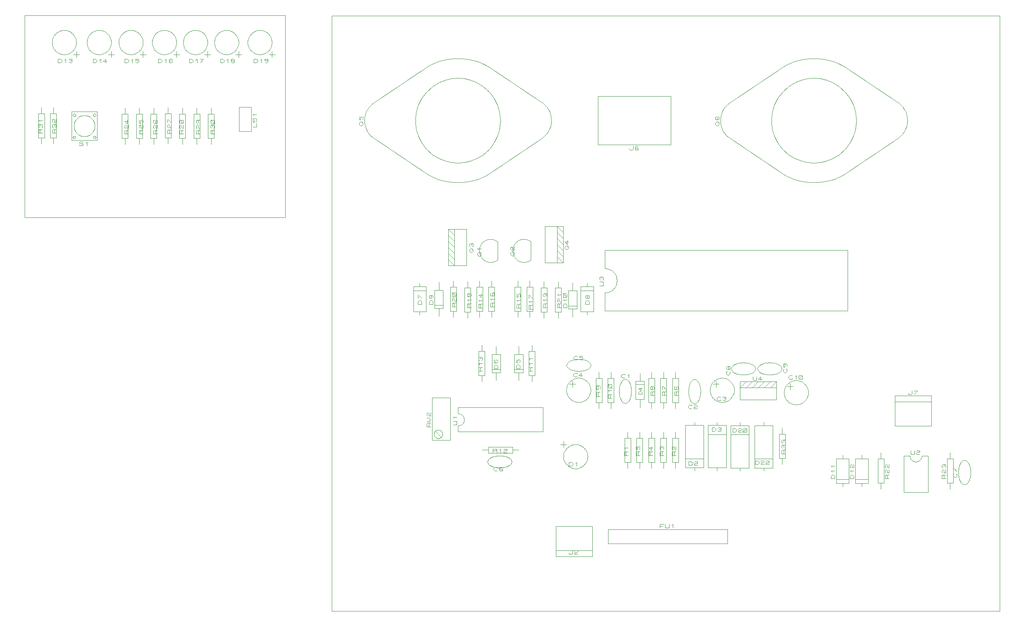
<source format=gbr>
G04 PROTEUS GERBER X2 FILE*
%TF.GenerationSoftware,Labcenter,Proteus,8.15-SP1-Build34318*%
%TF.CreationDate,2023-09-22T11:42:13+00:00*%
%TF.FileFunction,Legend,Top*%
%TF.FilePolarity,Positive*%
%TF.Part,Single*%
%TF.SameCoordinates,{8a78c1d3-1a7b-4f14-8512-878e163c9550}*%
%FSLAX45Y45*%
%MOMM*%
G01*
%TA.AperFunction,Material*%
%ADD23C,0.101600*%
%TA.AperFunction,Profile*%
%ADD22C,0.101600*%
%TD.AperFunction*%
D23*
X+2409500Y-679500D02*
X+2790500Y-679500D01*
X+2790500Y+209500D01*
X+2409500Y+209500D01*
X+2409500Y-679500D01*
X+2409500Y+19000D02*
X+2790500Y+19000D01*
X+2600000Y+273000D02*
X+2600000Y+209500D01*
X+2600000Y-743000D02*
X+2600000Y-679500D01*
X+2448980Y+69820D02*
X+2448980Y+146020D01*
X+2502320Y+146020D01*
X+2528990Y+120620D01*
X+2528990Y+95220D01*
X+2502320Y+69820D01*
X+2448980Y+69820D01*
X+2568995Y+133320D02*
X+2582330Y+146020D01*
X+2622335Y+146020D01*
X+2635670Y+133320D01*
X+2635670Y+120620D01*
X+2622335Y+107920D01*
X+2582330Y+107920D01*
X+2568995Y+95220D01*
X+2568995Y+69820D01*
X+2635670Y+69820D01*
X+2662340Y+82520D02*
X+2662340Y+133320D01*
X+2675675Y+146020D01*
X+2729015Y+146020D01*
X+2742350Y+133320D01*
X+2742350Y+82520D01*
X+2729015Y+69820D01*
X+2675675Y+69820D01*
X+2662340Y+82520D01*
X+2662340Y+69820D02*
X+2742350Y+146020D01*
X+3484000Y+157000D02*
X+3484000Y+30000D01*
X+3420500Y-478000D02*
X+3547500Y-478000D01*
X+3547500Y+30000D01*
X+3420500Y+30000D01*
X+3420500Y-478000D01*
X+3484000Y-478000D02*
X+3484000Y-605000D01*
X+3554180Y-384020D02*
X+3477980Y-384020D01*
X+3477980Y-317345D01*
X+3490680Y-304010D01*
X+3503380Y-304010D01*
X+3516080Y-317345D01*
X+3516080Y-384020D01*
X+3516080Y-317345D02*
X+3528780Y-304010D01*
X+3554180Y-304010D01*
X+3490680Y-264005D02*
X+3477980Y-250670D01*
X+3477980Y-210665D01*
X+3490680Y-197330D01*
X+3503380Y-197330D01*
X+3516080Y-210665D01*
X+3528780Y-197330D01*
X+3541480Y-197330D01*
X+3554180Y-210665D01*
X+3554180Y-250670D01*
X+3541480Y-264005D01*
X+3516080Y-237335D02*
X+3516080Y-210665D01*
X+3490680Y-157325D02*
X+3477980Y-143990D01*
X+3477980Y-103985D01*
X+3490680Y-90650D01*
X+3503380Y-90650D01*
X+3516080Y-103985D01*
X+3528780Y-90650D01*
X+3541480Y-90650D01*
X+3554180Y-103985D01*
X+3554180Y-143990D01*
X+3541480Y-157325D01*
X+3516080Y-130655D02*
X+3516080Y-103985D01*
X+2419000Y+1400000D02*
X+2424080Y+1425876D01*
X+2438685Y+1449848D01*
X+2461862Y+1471438D01*
X+2492660Y+1490170D01*
X+2530125Y+1505569D01*
X+2573305Y+1517158D01*
X+2621248Y+1524460D01*
X+2673000Y+1527000D01*
X+2927000Y+1400000D02*
X+2921920Y+1425876D01*
X+2907315Y+1449848D01*
X+2884138Y+1471438D01*
X+2853340Y+1490170D01*
X+2815875Y+1505569D01*
X+2772695Y+1517158D01*
X+2724752Y+1524460D01*
X+2673000Y+1527000D01*
X+2419000Y+1400000D02*
X+2424080Y+1374124D01*
X+2438685Y+1350152D01*
X+2461862Y+1328562D01*
X+2492660Y+1309830D01*
X+2530125Y+1294431D01*
X+2573305Y+1282842D01*
X+2621248Y+1275540D01*
X+2673000Y+1273000D01*
X+2927000Y+1400000D02*
X+2921920Y+1374124D01*
X+2907315Y+1350152D01*
X+2884138Y+1328562D01*
X+2853340Y+1309830D01*
X+2815875Y+1294431D01*
X+2772695Y+1282842D01*
X+2724752Y+1275540D01*
X+2673000Y+1273000D01*
X+2379820Y+1346330D02*
X+2392520Y+1332995D01*
X+2392520Y+1292990D01*
X+2367120Y+1266320D01*
X+2341720Y+1266320D01*
X+2316320Y+1292990D01*
X+2316320Y+1332995D01*
X+2329020Y+1346330D01*
X+2354420Y+1399670D02*
X+2341720Y+1386335D01*
X+2329020Y+1386335D01*
X+2316320Y+1399670D01*
X+2316320Y+1439675D01*
X+2329020Y+1453010D01*
X+2341720Y+1453010D01*
X+2354420Y+1439675D01*
X+2354420Y+1399670D01*
X+2367120Y+1386335D01*
X+2379820Y+1386335D01*
X+2392520Y+1399670D01*
X+2392520Y+1439675D01*
X+2379820Y+1453010D01*
X+2367120Y+1453010D01*
X+2354420Y+1439675D01*
X+2909500Y-679500D02*
X+3290500Y-679500D01*
X+3290500Y+209500D01*
X+2909500Y+209500D01*
X+2909500Y-679500D01*
X+3290500Y-489000D02*
X+2909500Y-489000D01*
X+3100000Y-743000D02*
X+3100000Y-679500D01*
X+3100000Y+273000D02*
X+3100000Y+209500D01*
X+2920980Y-606020D02*
X+2920980Y-529820D01*
X+2974320Y-529820D01*
X+3000990Y-555220D01*
X+3000990Y-580620D01*
X+2974320Y-606020D01*
X+2920980Y-606020D01*
X+3040995Y-542520D02*
X+3054330Y-529820D01*
X+3094335Y-529820D01*
X+3107670Y-542520D01*
X+3107670Y-555220D01*
X+3094335Y-567920D01*
X+3054330Y-567920D01*
X+3040995Y-580620D01*
X+3040995Y-606020D01*
X+3107670Y-606020D01*
X+3147675Y-542520D02*
X+3161010Y-529820D01*
X+3201015Y-529820D01*
X+3214350Y-542520D01*
X+3214350Y-555220D01*
X+3201015Y-567920D01*
X+3161010Y-567920D01*
X+3147675Y-580620D01*
X+3147675Y-606020D01*
X+3214350Y-606020D01*
X+2599000Y+747000D02*
X+3361000Y+747000D01*
X+3361000Y+1001000D01*
X+2599000Y+1001000D01*
X+2599000Y+747000D01*
X+2599000Y+1001000D02*
X+2599000Y+1128000D01*
X+3361000Y+1128000D01*
X+3361000Y+1001000D01*
X+2599000Y+1001000D02*
X+2726000Y+1128000D01*
X+2726000Y+1001000D02*
X+2853000Y+1128000D01*
X+2853000Y+1001000D02*
X+2980000Y+1128000D01*
X+2980000Y+1001000D02*
X+3107000Y+1128000D01*
X+3107000Y+1001000D02*
X+3234000Y+1128000D01*
X+3234000Y+1001000D02*
X+3361000Y+1128000D01*
X+2873320Y+1234680D02*
X+2873320Y+1171180D01*
X+2886655Y+1158480D01*
X+2939995Y+1158480D01*
X+2953330Y+1171180D01*
X+2953330Y+1234680D01*
X+3060010Y+1183880D02*
X+2980000Y+1183880D01*
X+3033340Y+1234680D01*
X+3033340Y+1158480D01*
X+3477000Y+1400000D02*
X+3471920Y+1374124D01*
X+3457315Y+1350152D01*
X+3434138Y+1328562D01*
X+3403340Y+1309830D01*
X+3365875Y+1294431D01*
X+3322695Y+1282842D01*
X+3274752Y+1275540D01*
X+3223000Y+1273000D01*
X+2969000Y+1400000D02*
X+2974080Y+1374124D01*
X+2988685Y+1350152D01*
X+3011862Y+1328562D01*
X+3042660Y+1309830D01*
X+3080125Y+1294431D01*
X+3123305Y+1282842D01*
X+3171248Y+1275540D01*
X+3223000Y+1273000D01*
X+3477000Y+1400000D02*
X+3471920Y+1425876D01*
X+3457315Y+1449848D01*
X+3434138Y+1471438D01*
X+3403340Y+1490170D01*
X+3365875Y+1505569D01*
X+3322695Y+1517158D01*
X+3274752Y+1524460D01*
X+3223000Y+1527000D01*
X+2969000Y+1400000D02*
X+2974080Y+1425876D01*
X+2988685Y+1449848D01*
X+3011862Y+1471438D01*
X+3042660Y+1490170D01*
X+3080125Y+1505569D01*
X+3123305Y+1517158D01*
X+3171248Y+1524460D01*
X+3223000Y+1527000D01*
X+3570980Y+1396330D02*
X+3583680Y+1382995D01*
X+3583680Y+1342990D01*
X+3558280Y+1316320D01*
X+3532880Y+1316320D01*
X+3507480Y+1342990D01*
X+3507480Y+1382995D01*
X+3520180Y+1396330D01*
X+3532880Y+1503010D02*
X+3545580Y+1489675D01*
X+3545580Y+1449670D01*
X+3532880Y+1436335D01*
X+3520180Y+1436335D01*
X+3507480Y+1449670D01*
X+3507480Y+1489675D01*
X+3520180Y+1503010D01*
X+3570980Y+1503010D01*
X+3583680Y+1489675D01*
X+3583680Y+1449670D01*
X+4031000Y+900000D02*
X+4030173Y+920483D01*
X+4023455Y+961450D01*
X+4009437Y+1002417D01*
X+3986659Y+1043384D01*
X+3951859Y+1084229D01*
X+3910892Y+1115845D01*
X+3869925Y+1136392D01*
X+3828958Y+1148629D01*
X+3787991Y+1153762D01*
X+3777000Y+1154000D01*
X+3523000Y+900000D02*
X+3523827Y+920483D01*
X+3530545Y+961450D01*
X+3544563Y+1002417D01*
X+3567341Y+1043384D01*
X+3602141Y+1084229D01*
X+3643108Y+1115845D01*
X+3684075Y+1136392D01*
X+3725042Y+1148629D01*
X+3766009Y+1153762D01*
X+3777000Y+1154000D01*
X+3523000Y+900000D02*
X+3523827Y+879517D01*
X+3530545Y+838550D01*
X+3544563Y+797583D01*
X+3567341Y+756616D01*
X+3602141Y+715771D01*
X+3643108Y+684155D01*
X+3684075Y+663608D01*
X+3725042Y+651371D01*
X+3766009Y+646238D01*
X+3777000Y+646000D01*
X+4031000Y+900000D02*
X+4030173Y+879517D01*
X+4023455Y+838550D01*
X+4009437Y+797583D01*
X+3986659Y+756616D01*
X+3951859Y+715771D01*
X+3910892Y+684155D01*
X+3869925Y+663608D01*
X+3828958Y+651371D01*
X+3787991Y+646238D01*
X+3777000Y+646000D01*
X+3586500Y+1027000D02*
X+3713500Y+1027000D01*
X+3650000Y+1090500D02*
X+3650000Y+963500D01*
X+3696070Y+1197180D02*
X+3682735Y+1184480D01*
X+3642730Y+1184480D01*
X+3616060Y+1209880D01*
X+3616060Y+1235280D01*
X+3642730Y+1260680D01*
X+3682735Y+1260680D01*
X+3696070Y+1247980D01*
X+3749410Y+1235280D02*
X+3776080Y+1260680D01*
X+3776080Y+1184480D01*
X+3829420Y+1197180D02*
X+3829420Y+1247980D01*
X+3842755Y+1260680D01*
X+3896095Y+1260680D01*
X+3909430Y+1247980D01*
X+3909430Y+1197180D01*
X+3896095Y+1184480D01*
X+3842755Y+1184480D01*
X+3829420Y+1197180D01*
X+3829420Y+1184480D02*
X+3909430Y+1260680D01*
D22*
X-5943980Y-3673980D02*
X+8033980Y-3673980D01*
X+8033980Y+8793980D01*
X-5943980Y+8793980D01*
X-5943980Y-3673980D01*
D23*
X+27000Y+3246000D02*
X+21920Y+3297752D01*
X+7315Y+3345695D01*
X-15862Y+3388875D01*
X-46660Y+3426340D01*
X-84125Y+3457138D01*
X-127305Y+3480315D01*
X-175248Y+3494920D01*
X-227000Y+3500000D01*
X+27000Y+3246000D02*
X+21920Y+3193518D01*
X+7315Y+3145233D01*
X-15862Y+3102009D01*
X-46660Y+3064708D01*
X-84125Y+3034193D01*
X-127305Y+3011328D01*
X-175248Y+2996976D01*
X-227000Y+2992000D01*
X-227000Y+3500000D02*
X-227000Y+3881000D01*
X+4853000Y+3881000D02*
X+4853000Y+2611000D01*
X-227000Y+2611000D02*
X-227000Y+2992000D01*
X-227000Y+3881000D02*
X+4853000Y+3881000D01*
X-227000Y+2611000D02*
X+4853000Y+2611000D01*
X-333680Y+3139320D02*
X-270180Y+3139320D01*
X-257480Y+3152655D01*
X-257480Y+3205995D01*
X-270180Y+3219330D01*
X-333680Y+3219330D01*
X-320980Y+3259335D02*
X-333680Y+3272670D01*
X-333680Y+3312675D01*
X-320980Y+3326010D01*
X-308280Y+3326010D01*
X-295580Y+3312675D01*
X-282880Y+3326010D01*
X-270180Y+3326010D01*
X-257480Y+3312675D01*
X-257480Y+3272670D01*
X-270180Y+3259335D01*
X-295580Y+3286005D02*
X-295580Y+3312675D01*
X-11286920Y+8235840D02*
X-11287747Y+8256323D01*
X-11294465Y+8297290D01*
X-11308483Y+8338257D01*
X-11331261Y+8379224D01*
X-11366061Y+8420069D01*
X-11407028Y+8451685D01*
X-11447995Y+8472232D01*
X-11488962Y+8484469D01*
X-11529929Y+8489602D01*
X-11540920Y+8489840D01*
X-11794920Y+8235840D02*
X-11794093Y+8256323D01*
X-11787375Y+8297290D01*
X-11773357Y+8338257D01*
X-11750579Y+8379224D01*
X-11715779Y+8420069D01*
X-11674812Y+8451685D01*
X-11633845Y+8472232D01*
X-11592878Y+8484469D01*
X-11551911Y+8489602D01*
X-11540920Y+8489840D01*
X-11794920Y+8235840D02*
X-11794093Y+8215357D01*
X-11787375Y+8174390D01*
X-11773357Y+8133423D01*
X-11750579Y+8092456D01*
X-11715779Y+8051611D01*
X-11674812Y+8019995D01*
X-11633845Y+7999448D01*
X-11592878Y+7987211D01*
X-11551911Y+7982078D01*
X-11540920Y+7981840D01*
X-11286920Y+8235840D02*
X-11287747Y+8215357D01*
X-11294465Y+8174390D01*
X-11308483Y+8133423D01*
X-11331261Y+8092456D01*
X-11366061Y+8051611D01*
X-11407028Y+8019995D01*
X-11447995Y+7999448D01*
X-11488962Y+7987211D01*
X-11529929Y+7982078D01*
X-11540920Y+7981840D01*
X-11223420Y+7981840D02*
X-11350420Y+7981840D01*
X-11286920Y+7918340D02*
X-11286920Y+8045340D01*
X-11669190Y+7811660D02*
X-11669190Y+7887860D01*
X-11615850Y+7887860D01*
X-11589180Y+7862460D01*
X-11589180Y+7837060D01*
X-11615850Y+7811660D01*
X-11669190Y+7811660D01*
X-11535840Y+7862460D02*
X-11509170Y+7887860D01*
X-11509170Y+7811660D01*
X-11442495Y+7875160D02*
X-11429160Y+7887860D01*
X-11389155Y+7887860D01*
X-11375820Y+7875160D01*
X-11375820Y+7862460D01*
X-11389155Y+7849760D01*
X-11375820Y+7837060D01*
X-11375820Y+7824360D01*
X-11389155Y+7811660D01*
X-11429160Y+7811660D01*
X-11442495Y+7824360D01*
X-11415825Y+7849760D02*
X-11389155Y+7849760D01*
X-10556920Y+8235840D02*
X-10557747Y+8256323D01*
X-10564465Y+8297290D01*
X-10578483Y+8338257D01*
X-10601261Y+8379224D01*
X-10636061Y+8420069D01*
X-10677028Y+8451685D01*
X-10717995Y+8472232D01*
X-10758962Y+8484469D01*
X-10799929Y+8489602D01*
X-10810920Y+8489840D01*
X-11064920Y+8235840D02*
X-11064093Y+8256323D01*
X-11057375Y+8297290D01*
X-11043357Y+8338257D01*
X-11020579Y+8379224D01*
X-10985779Y+8420069D01*
X-10944812Y+8451685D01*
X-10903845Y+8472232D01*
X-10862878Y+8484469D01*
X-10821911Y+8489602D01*
X-10810920Y+8489840D01*
X-11064920Y+8235840D02*
X-11064093Y+8215357D01*
X-11057375Y+8174390D01*
X-11043357Y+8133423D01*
X-11020579Y+8092456D01*
X-10985779Y+8051611D01*
X-10944812Y+8019995D01*
X-10903845Y+7999448D01*
X-10862878Y+7987211D01*
X-10821911Y+7982078D01*
X-10810920Y+7981840D01*
X-10556920Y+8235840D02*
X-10557747Y+8215357D01*
X-10564465Y+8174390D01*
X-10578483Y+8133423D01*
X-10601261Y+8092456D01*
X-10636061Y+8051611D01*
X-10677028Y+8019995D01*
X-10717995Y+7999448D01*
X-10758962Y+7987211D01*
X-10799929Y+7982078D01*
X-10810920Y+7981840D01*
X-10493420Y+7981840D02*
X-10620420Y+7981840D01*
X-10556920Y+7918340D02*
X-10556920Y+8045340D01*
X-10939190Y+7811660D02*
X-10939190Y+7887860D01*
X-10885850Y+7887860D01*
X-10859180Y+7862460D01*
X-10859180Y+7837060D01*
X-10885850Y+7811660D01*
X-10939190Y+7811660D01*
X-10805840Y+7862460D02*
X-10779170Y+7887860D01*
X-10779170Y+7811660D01*
X-10645820Y+7837060D02*
X-10725830Y+7837060D01*
X-10672490Y+7887860D01*
X-10672490Y+7811660D01*
X-9890920Y+8235840D02*
X-9891747Y+8256323D01*
X-9898465Y+8297290D01*
X-9912483Y+8338257D01*
X-9935261Y+8379224D01*
X-9970061Y+8420069D01*
X-10011028Y+8451685D01*
X-10051995Y+8472232D01*
X-10092962Y+8484469D01*
X-10133929Y+8489602D01*
X-10144920Y+8489840D01*
X-10398920Y+8235840D02*
X-10398093Y+8256323D01*
X-10391375Y+8297290D01*
X-10377357Y+8338257D01*
X-10354579Y+8379224D01*
X-10319779Y+8420069D01*
X-10278812Y+8451685D01*
X-10237845Y+8472232D01*
X-10196878Y+8484469D01*
X-10155911Y+8489602D01*
X-10144920Y+8489840D01*
X-10398920Y+8235840D02*
X-10398093Y+8215357D01*
X-10391375Y+8174390D01*
X-10377357Y+8133423D01*
X-10354579Y+8092456D01*
X-10319779Y+8051611D01*
X-10278812Y+8019995D01*
X-10237845Y+7999448D01*
X-10196878Y+7987211D01*
X-10155911Y+7982078D01*
X-10144920Y+7981840D01*
X-9890920Y+8235840D02*
X-9891747Y+8215357D01*
X-9898465Y+8174390D01*
X-9912483Y+8133423D01*
X-9935261Y+8092456D01*
X-9970061Y+8051611D01*
X-10011028Y+8019995D01*
X-10051995Y+7999448D01*
X-10092962Y+7987211D01*
X-10133929Y+7982078D01*
X-10144920Y+7981840D01*
X-9827420Y+7981840D02*
X-9954420Y+7981840D01*
X-9890920Y+7918340D02*
X-9890920Y+8045340D01*
X-10273190Y+7811660D02*
X-10273190Y+7887860D01*
X-10219850Y+7887860D01*
X-10193180Y+7862460D01*
X-10193180Y+7837060D01*
X-10219850Y+7811660D01*
X-10273190Y+7811660D01*
X-10139840Y+7862460D02*
X-10113170Y+7887860D01*
X-10113170Y+7811660D01*
X-9979820Y+7887860D02*
X-10046495Y+7887860D01*
X-10046495Y+7862460D01*
X-9993155Y+7862460D01*
X-9979820Y+7849760D01*
X-9979820Y+7824360D01*
X-9993155Y+7811660D01*
X-10033160Y+7811660D01*
X-10046495Y+7824360D01*
X-9190920Y+8235840D02*
X-9191747Y+8256323D01*
X-9198465Y+8297290D01*
X-9212483Y+8338257D01*
X-9235261Y+8379224D01*
X-9270061Y+8420069D01*
X-9311028Y+8451685D01*
X-9351995Y+8472232D01*
X-9392962Y+8484469D01*
X-9433929Y+8489602D01*
X-9444920Y+8489840D01*
X-9698920Y+8235840D02*
X-9698093Y+8256323D01*
X-9691375Y+8297290D01*
X-9677357Y+8338257D01*
X-9654579Y+8379224D01*
X-9619779Y+8420069D01*
X-9578812Y+8451685D01*
X-9537845Y+8472232D01*
X-9496878Y+8484469D01*
X-9455911Y+8489602D01*
X-9444920Y+8489840D01*
X-9698920Y+8235840D02*
X-9698093Y+8215357D01*
X-9691375Y+8174390D01*
X-9677357Y+8133423D01*
X-9654579Y+8092456D01*
X-9619779Y+8051611D01*
X-9578812Y+8019995D01*
X-9537845Y+7999448D01*
X-9496878Y+7987211D01*
X-9455911Y+7982078D01*
X-9444920Y+7981840D01*
X-9190920Y+8235840D02*
X-9191747Y+8215357D01*
X-9198465Y+8174390D01*
X-9212483Y+8133423D01*
X-9235261Y+8092456D01*
X-9270061Y+8051611D01*
X-9311028Y+8019995D01*
X-9351995Y+7999448D01*
X-9392962Y+7987211D01*
X-9433929Y+7982078D01*
X-9444920Y+7981840D01*
X-9127420Y+7981840D02*
X-9254420Y+7981840D01*
X-9190920Y+7918340D02*
X-9190920Y+8045340D01*
X-9573190Y+7811660D02*
X-9573190Y+7887860D01*
X-9519850Y+7887860D01*
X-9493180Y+7862460D01*
X-9493180Y+7837060D01*
X-9519850Y+7811660D01*
X-9573190Y+7811660D01*
X-9439840Y+7862460D02*
X-9413170Y+7887860D01*
X-9413170Y+7811660D01*
X-9279820Y+7875160D02*
X-9293155Y+7887860D01*
X-9333160Y+7887860D01*
X-9346495Y+7875160D01*
X-9346495Y+7824360D01*
X-9333160Y+7811660D01*
X-9293155Y+7811660D01*
X-9279820Y+7824360D01*
X-9279820Y+7837060D01*
X-9293155Y+7849760D01*
X-9346495Y+7849760D01*
X-8540920Y+8235840D02*
X-8541747Y+8256323D01*
X-8548465Y+8297290D01*
X-8562483Y+8338257D01*
X-8585261Y+8379224D01*
X-8620061Y+8420069D01*
X-8661028Y+8451685D01*
X-8701995Y+8472232D01*
X-8742962Y+8484469D01*
X-8783929Y+8489602D01*
X-8794920Y+8489840D01*
X-9048920Y+8235840D02*
X-9048093Y+8256323D01*
X-9041375Y+8297290D01*
X-9027357Y+8338257D01*
X-9004579Y+8379224D01*
X-8969779Y+8420069D01*
X-8928812Y+8451685D01*
X-8887845Y+8472232D01*
X-8846878Y+8484469D01*
X-8805911Y+8489602D01*
X-8794920Y+8489840D01*
X-9048920Y+8235840D02*
X-9048093Y+8215357D01*
X-9041375Y+8174390D01*
X-9027357Y+8133423D01*
X-9004579Y+8092456D01*
X-8969779Y+8051611D01*
X-8928812Y+8019995D01*
X-8887845Y+7999448D01*
X-8846878Y+7987211D01*
X-8805911Y+7982078D01*
X-8794920Y+7981840D01*
X-8540920Y+8235840D02*
X-8541747Y+8215357D01*
X-8548465Y+8174390D01*
X-8562483Y+8133423D01*
X-8585261Y+8092456D01*
X-8620061Y+8051611D01*
X-8661028Y+8019995D01*
X-8701995Y+7999448D01*
X-8742962Y+7987211D01*
X-8783929Y+7982078D01*
X-8794920Y+7981840D01*
X-8477420Y+7981840D02*
X-8604420Y+7981840D01*
X-8540920Y+7918340D02*
X-8540920Y+8045340D01*
X-8923190Y+7811660D02*
X-8923190Y+7887860D01*
X-8869850Y+7887860D01*
X-8843180Y+7862460D01*
X-8843180Y+7837060D01*
X-8869850Y+7811660D01*
X-8923190Y+7811660D01*
X-8789840Y+7862460D02*
X-8763170Y+7887860D01*
X-8763170Y+7811660D01*
X-8696495Y+7887860D02*
X-8629820Y+7887860D01*
X-8629820Y+7875160D01*
X-8696495Y+7811660D01*
X-7890920Y+8235840D02*
X-7891747Y+8256323D01*
X-7898465Y+8297290D01*
X-7912483Y+8338257D01*
X-7935261Y+8379224D01*
X-7970061Y+8420069D01*
X-8011028Y+8451685D01*
X-8051995Y+8472232D01*
X-8092962Y+8484469D01*
X-8133929Y+8489602D01*
X-8144920Y+8489840D01*
X-8398920Y+8235840D02*
X-8398093Y+8256323D01*
X-8391375Y+8297290D01*
X-8377357Y+8338257D01*
X-8354579Y+8379224D01*
X-8319779Y+8420069D01*
X-8278812Y+8451685D01*
X-8237845Y+8472232D01*
X-8196878Y+8484469D01*
X-8155911Y+8489602D01*
X-8144920Y+8489840D01*
X-8398920Y+8235840D02*
X-8398093Y+8215357D01*
X-8391375Y+8174390D01*
X-8377357Y+8133423D01*
X-8354579Y+8092456D01*
X-8319779Y+8051611D01*
X-8278812Y+8019995D01*
X-8237845Y+7999448D01*
X-8196878Y+7987211D01*
X-8155911Y+7982078D01*
X-8144920Y+7981840D01*
X-7890920Y+8235840D02*
X-7891747Y+8215357D01*
X-7898465Y+8174390D01*
X-7912483Y+8133423D01*
X-7935261Y+8092456D01*
X-7970061Y+8051611D01*
X-8011028Y+8019995D01*
X-8051995Y+7999448D01*
X-8092962Y+7987211D01*
X-8133929Y+7982078D01*
X-8144920Y+7981840D01*
X-7827420Y+7981840D02*
X-7954420Y+7981840D01*
X-7890920Y+7918340D02*
X-7890920Y+8045340D01*
X-8273190Y+7811660D02*
X-8273190Y+7887860D01*
X-8219850Y+7887860D01*
X-8193180Y+7862460D01*
X-8193180Y+7837060D01*
X-8219850Y+7811660D01*
X-8273190Y+7811660D01*
X-8139840Y+7862460D02*
X-8113170Y+7887860D01*
X-8113170Y+7811660D01*
X-8033160Y+7849760D02*
X-8046495Y+7862460D01*
X-8046495Y+7875160D01*
X-8033160Y+7887860D01*
X-7993155Y+7887860D01*
X-7979820Y+7875160D01*
X-7979820Y+7862460D01*
X-7993155Y+7849760D01*
X-8033160Y+7849760D01*
X-8046495Y+7837060D01*
X-8046495Y+7824360D01*
X-8033160Y+7811660D01*
X-7993155Y+7811660D01*
X-7979820Y+7824360D01*
X-7979820Y+7837060D01*
X-7993155Y+7849760D01*
X-7190920Y+8235840D02*
X-7191747Y+8256323D01*
X-7198465Y+8297290D01*
X-7212483Y+8338257D01*
X-7235261Y+8379224D01*
X-7270061Y+8420069D01*
X-7311028Y+8451685D01*
X-7351995Y+8472232D01*
X-7392962Y+8484469D01*
X-7433929Y+8489602D01*
X-7444920Y+8489840D01*
X-7698920Y+8235840D02*
X-7698093Y+8256323D01*
X-7691375Y+8297290D01*
X-7677357Y+8338257D01*
X-7654579Y+8379224D01*
X-7619779Y+8420069D01*
X-7578812Y+8451685D01*
X-7537845Y+8472232D01*
X-7496878Y+8484469D01*
X-7455911Y+8489602D01*
X-7444920Y+8489840D01*
X-7698920Y+8235840D02*
X-7698093Y+8215357D01*
X-7691375Y+8174390D01*
X-7677357Y+8133423D01*
X-7654579Y+8092456D01*
X-7619779Y+8051611D01*
X-7578812Y+8019995D01*
X-7537845Y+7999448D01*
X-7496878Y+7987211D01*
X-7455911Y+7982078D01*
X-7444920Y+7981840D01*
X-7190920Y+8235840D02*
X-7191747Y+8215357D01*
X-7198465Y+8174390D01*
X-7212483Y+8133423D01*
X-7235261Y+8092456D01*
X-7270061Y+8051611D01*
X-7311028Y+8019995D01*
X-7351995Y+7999448D01*
X-7392962Y+7987211D01*
X-7433929Y+7982078D01*
X-7444920Y+7981840D01*
X-7127420Y+7981840D02*
X-7254420Y+7981840D01*
X-7190920Y+7918340D02*
X-7190920Y+8045340D01*
X-7573190Y+7811660D02*
X-7573190Y+7887860D01*
X-7519850Y+7887860D01*
X-7493180Y+7862460D01*
X-7493180Y+7837060D01*
X-7519850Y+7811660D01*
X-7573190Y+7811660D01*
X-7439840Y+7862460D02*
X-7413170Y+7887860D01*
X-7413170Y+7811660D01*
X-7279820Y+7862460D02*
X-7293155Y+7849760D01*
X-7333160Y+7849760D01*
X-7346495Y+7862460D01*
X-7346495Y+7875160D01*
X-7333160Y+7887860D01*
X-7293155Y+7887860D01*
X-7279820Y+7875160D01*
X-7279820Y+7824360D01*
X-7293155Y+7811660D01*
X-7333160Y+7811660D01*
X-10267920Y+6858840D02*
X-10267920Y+6731840D01*
X-10331420Y+6223840D02*
X-10204420Y+6223840D01*
X-10204420Y+6731840D01*
X-10331420Y+6731840D01*
X-10331420Y+6223840D01*
X-10267920Y+6223840D02*
X-10267920Y+6096840D01*
X-10197740Y+6317820D02*
X-10273940Y+6317820D01*
X-10273940Y+6384495D01*
X-10261240Y+6397830D01*
X-10248540Y+6397830D01*
X-10235840Y+6384495D01*
X-10235840Y+6317820D01*
X-10235840Y+6384495D02*
X-10223140Y+6397830D01*
X-10197740Y+6397830D01*
X-10261240Y+6437835D02*
X-10273940Y+6451170D01*
X-10273940Y+6491175D01*
X-10261240Y+6504510D01*
X-10248540Y+6504510D01*
X-10235840Y+6491175D01*
X-10235840Y+6451170D01*
X-10223140Y+6437835D01*
X-10197740Y+6437835D01*
X-10197740Y+6504510D01*
X-10223140Y+6611190D02*
X-10223140Y+6531180D01*
X-10273940Y+6584520D01*
X-10197740Y+6584520D01*
X-9967920Y+6858840D02*
X-9967920Y+6731840D01*
X-10031420Y+6223840D02*
X-9904420Y+6223840D01*
X-9904420Y+6731840D01*
X-10031420Y+6731840D01*
X-10031420Y+6223840D01*
X-9967920Y+6223840D02*
X-9967920Y+6096840D01*
X-9897740Y+6317820D02*
X-9973940Y+6317820D01*
X-9973940Y+6384495D01*
X-9961240Y+6397830D01*
X-9948540Y+6397830D01*
X-9935840Y+6384495D01*
X-9935840Y+6317820D01*
X-9935840Y+6384495D02*
X-9923140Y+6397830D01*
X-9897740Y+6397830D01*
X-9961240Y+6437835D02*
X-9973940Y+6451170D01*
X-9973940Y+6491175D01*
X-9961240Y+6504510D01*
X-9948540Y+6504510D01*
X-9935840Y+6491175D01*
X-9935840Y+6451170D01*
X-9923140Y+6437835D01*
X-9897740Y+6437835D01*
X-9897740Y+6504510D01*
X-9973940Y+6611190D02*
X-9973940Y+6544515D01*
X-9948540Y+6544515D01*
X-9948540Y+6597855D01*
X-9935840Y+6611190D01*
X-9910440Y+6611190D01*
X-9897740Y+6597855D01*
X-9897740Y+6557850D01*
X-9910440Y+6544515D01*
X-9667920Y+6858840D02*
X-9667920Y+6731840D01*
X-9731420Y+6223840D02*
X-9604420Y+6223840D01*
X-9604420Y+6731840D01*
X-9731420Y+6731840D01*
X-9731420Y+6223840D01*
X-9667920Y+6223840D02*
X-9667920Y+6096840D01*
X-9597740Y+6317820D02*
X-9673940Y+6317820D01*
X-9673940Y+6384495D01*
X-9661240Y+6397830D01*
X-9648540Y+6397830D01*
X-9635840Y+6384495D01*
X-9635840Y+6317820D01*
X-9635840Y+6384495D02*
X-9623140Y+6397830D01*
X-9597740Y+6397830D01*
X-9661240Y+6437835D02*
X-9673940Y+6451170D01*
X-9673940Y+6491175D01*
X-9661240Y+6504510D01*
X-9648540Y+6504510D01*
X-9635840Y+6491175D01*
X-9635840Y+6451170D01*
X-9623140Y+6437835D01*
X-9597740Y+6437835D01*
X-9597740Y+6504510D01*
X-9661240Y+6611190D02*
X-9673940Y+6597855D01*
X-9673940Y+6557850D01*
X-9661240Y+6544515D01*
X-9610440Y+6544515D01*
X-9597740Y+6557850D01*
X-9597740Y+6597855D01*
X-9610440Y+6611190D01*
X-9623140Y+6611190D01*
X-9635840Y+6597855D01*
X-9635840Y+6544515D01*
X-9367920Y+6868840D02*
X-9367920Y+6741840D01*
X-9431420Y+6233840D02*
X-9304420Y+6233840D01*
X-9304420Y+6741840D01*
X-9431420Y+6741840D01*
X-9431420Y+6233840D01*
X-9367920Y+6233840D02*
X-9367920Y+6106840D01*
X-9297740Y+6327820D02*
X-9373940Y+6327820D01*
X-9373940Y+6394495D01*
X-9361240Y+6407830D01*
X-9348540Y+6407830D01*
X-9335840Y+6394495D01*
X-9335840Y+6327820D01*
X-9335840Y+6394495D02*
X-9323140Y+6407830D01*
X-9297740Y+6407830D01*
X-9361240Y+6447835D02*
X-9373940Y+6461170D01*
X-9373940Y+6501175D01*
X-9361240Y+6514510D01*
X-9348540Y+6514510D01*
X-9335840Y+6501175D01*
X-9335840Y+6461170D01*
X-9323140Y+6447835D01*
X-9297740Y+6447835D01*
X-9297740Y+6514510D01*
X-9373940Y+6554515D02*
X-9373940Y+6621190D01*
X-9361240Y+6621190D01*
X-9297740Y+6554515D01*
X-9067920Y+6858840D02*
X-9067920Y+6731840D01*
X-9131420Y+6223840D02*
X-9004420Y+6223840D01*
X-9004420Y+6731840D01*
X-9131420Y+6731840D01*
X-9131420Y+6223840D01*
X-9067920Y+6223840D02*
X-9067920Y+6096840D01*
X-9047740Y+6317820D02*
X-9123940Y+6317820D01*
X-9123940Y+6384495D01*
X-9111240Y+6397830D01*
X-9098540Y+6397830D01*
X-9085840Y+6384495D01*
X-9085840Y+6317820D01*
X-9085840Y+6384495D02*
X-9073140Y+6397830D01*
X-9047740Y+6397830D01*
X-9111240Y+6437835D02*
X-9123940Y+6451170D01*
X-9123940Y+6491175D01*
X-9111240Y+6504510D01*
X-9098540Y+6504510D01*
X-9085840Y+6491175D01*
X-9085840Y+6451170D01*
X-9073140Y+6437835D01*
X-9047740Y+6437835D01*
X-9047740Y+6504510D01*
X-9085840Y+6557850D02*
X-9098540Y+6544515D01*
X-9111240Y+6544515D01*
X-9123940Y+6557850D01*
X-9123940Y+6597855D01*
X-9111240Y+6611190D01*
X-9098540Y+6611190D01*
X-9085840Y+6597855D01*
X-9085840Y+6557850D01*
X-9073140Y+6544515D01*
X-9060440Y+6544515D01*
X-9047740Y+6557850D01*
X-9047740Y+6597855D01*
X-9060440Y+6611190D01*
X-9073140Y+6611190D01*
X-9085840Y+6597855D01*
X-8767920Y+6858840D02*
X-8767920Y+6731840D01*
X-8831420Y+6223840D02*
X-8704420Y+6223840D01*
X-8704420Y+6731840D01*
X-8831420Y+6731840D01*
X-8831420Y+6223840D01*
X-8767920Y+6223840D02*
X-8767920Y+6096840D01*
X-8697740Y+6317820D02*
X-8773940Y+6317820D01*
X-8773940Y+6384495D01*
X-8761240Y+6397830D01*
X-8748540Y+6397830D01*
X-8735840Y+6384495D01*
X-8735840Y+6317820D01*
X-8735840Y+6384495D02*
X-8723140Y+6397830D01*
X-8697740Y+6397830D01*
X-8761240Y+6437835D02*
X-8773940Y+6451170D01*
X-8773940Y+6491175D01*
X-8761240Y+6504510D01*
X-8748540Y+6504510D01*
X-8735840Y+6491175D01*
X-8735840Y+6451170D01*
X-8723140Y+6437835D01*
X-8697740Y+6437835D01*
X-8697740Y+6504510D01*
X-8748540Y+6611190D02*
X-8735840Y+6597855D01*
X-8735840Y+6557850D01*
X-8748540Y+6544515D01*
X-8761240Y+6544515D01*
X-8773940Y+6557850D01*
X-8773940Y+6597855D01*
X-8761240Y+6611190D01*
X-8710440Y+6611190D01*
X-8697740Y+6597855D01*
X-8697740Y+6557850D01*
X-8467920Y+6858840D02*
X-8467920Y+6731840D01*
X-8531420Y+6223840D02*
X-8404420Y+6223840D01*
X-8404420Y+6731840D01*
X-8531420Y+6731840D01*
X-8531420Y+6223840D01*
X-8467920Y+6223840D02*
X-8467920Y+6096840D01*
X-8397740Y+6317820D02*
X-8473940Y+6317820D01*
X-8473940Y+6384495D01*
X-8461240Y+6397830D01*
X-8448540Y+6397830D01*
X-8435840Y+6384495D01*
X-8435840Y+6317820D01*
X-8435840Y+6384495D02*
X-8423140Y+6397830D01*
X-8397740Y+6397830D01*
X-8461240Y+6437835D02*
X-8473940Y+6451170D01*
X-8473940Y+6491175D01*
X-8461240Y+6504510D01*
X-8448540Y+6504510D01*
X-8435840Y+6491175D01*
X-8423140Y+6504510D01*
X-8410440Y+6504510D01*
X-8397740Y+6491175D01*
X-8397740Y+6451170D01*
X-8410440Y+6437835D01*
X-8435840Y+6464505D02*
X-8435840Y+6491175D01*
X-8410440Y+6531180D02*
X-8461240Y+6531180D01*
X-8473940Y+6544515D01*
X-8473940Y+6597855D01*
X-8461240Y+6611190D01*
X-8410440Y+6611190D01*
X-8397740Y+6597855D01*
X-8397740Y+6544515D01*
X-8410440Y+6531180D01*
X-8397740Y+6531180D02*
X-8473940Y+6611190D01*
X-1254000Y-2531000D02*
X-492000Y-2531000D01*
X-492000Y-1896000D01*
X-1254000Y-1896000D01*
X-1254000Y-2531000D01*
X-492000Y-2404000D02*
X-1254000Y-2404000D01*
X-979680Y-2462280D02*
X-979680Y-2474980D01*
X-966345Y-2487680D01*
X-913005Y-2487680D01*
X-899670Y-2474980D01*
X-899670Y-2411480D01*
X-859665Y-2424180D02*
X-846330Y-2411480D01*
X-806325Y-2411480D01*
X-792990Y-2424180D01*
X-792990Y-2436880D01*
X-806325Y-2449580D01*
X-846330Y-2449580D01*
X-859665Y-2462280D01*
X-859665Y-2487680D01*
X-792990Y-2487680D01*
X+250000Y-689000D02*
X+250000Y-562000D01*
X+186500Y-562000D02*
X+313500Y-562000D01*
X+313500Y-54000D01*
X+186500Y-54000D01*
X+186500Y-562000D01*
X+250000Y-54000D02*
X+250000Y+73000D01*
X+256020Y-414680D02*
X+179820Y-414680D01*
X+179820Y-348005D01*
X+192520Y-334670D01*
X+205220Y-334670D01*
X+217920Y-348005D01*
X+217920Y-414680D01*
X+217920Y-348005D02*
X+230620Y-334670D01*
X+256020Y-334670D01*
X+205220Y-281330D02*
X+179820Y-254660D01*
X+256020Y-254660D01*
X-584799Y-439799D02*
X-585626Y-419316D01*
X-592344Y-378349D01*
X-606362Y-337382D01*
X-629140Y-296415D01*
X-663940Y-255570D01*
X-704907Y-223954D01*
X-745874Y-203407D01*
X-786841Y-191170D01*
X-827808Y-186037D01*
X-838799Y-185799D01*
X-1092799Y-439799D02*
X-1091972Y-419316D01*
X-1085254Y-378349D01*
X-1071236Y-337382D01*
X-1048458Y-296415D01*
X-1013658Y-255570D01*
X-972691Y-223954D01*
X-931724Y-203407D01*
X-890757Y-191170D01*
X-849790Y-186037D01*
X-838799Y-185799D01*
X-1092799Y-439799D02*
X-1091972Y-460282D01*
X-1085254Y-501249D01*
X-1071236Y-542216D01*
X-1048458Y-583183D01*
X-1013658Y-624028D01*
X-972691Y-655644D01*
X-931724Y-676191D01*
X-890757Y-688428D01*
X-849790Y-693561D01*
X-838799Y-693799D01*
X-584799Y-439799D02*
X-585626Y-460282D01*
X-592344Y-501249D01*
X-606362Y-542216D01*
X-629140Y-583183D01*
X-663940Y-624028D01*
X-704907Y-655644D01*
X-745874Y-676191D01*
X-786841Y-688428D01*
X-827808Y-693561D01*
X-838799Y-693799D01*
X-1156299Y-185799D02*
X-1029299Y-185799D01*
X-1092799Y-122299D02*
X-1092799Y-249299D01*
X-977229Y-641819D02*
X-977229Y-565619D01*
X-923889Y-565619D01*
X-897219Y-591019D01*
X-897219Y-616419D01*
X-923889Y-641819D01*
X-977229Y-641819D01*
X-843879Y-591019D02*
X-817209Y-565619D01*
X-817209Y-641819D01*
X-160000Y-2266000D02*
X+2340000Y-2266000D01*
X+2340000Y-1966000D01*
X-160000Y-1966000D01*
X-160000Y-2266000D01*
X+929980Y-1935520D02*
X+929980Y-1859320D01*
X+1009990Y-1859320D01*
X+929980Y-1897420D02*
X+983320Y-1897420D01*
X+1036660Y-1859320D02*
X+1036660Y-1922820D01*
X+1049995Y-1935520D01*
X+1103335Y-1935520D01*
X+1116670Y-1922820D01*
X+1116670Y-1859320D01*
X+1170010Y-1884720D02*
X+1196680Y-1859320D01*
X+1196680Y-1935520D01*
X+1250000Y-689000D02*
X+1250000Y-562000D01*
X+1186500Y-562000D02*
X+1313500Y-562000D01*
X+1313500Y-54000D01*
X+1186500Y-54000D01*
X+1186500Y-562000D01*
X+1250000Y-54000D02*
X+1250000Y+73000D01*
X+1256020Y-414680D02*
X+1179820Y-414680D01*
X+1179820Y-348005D01*
X+1192520Y-334670D01*
X+1205220Y-334670D01*
X+1217920Y-348005D01*
X+1217920Y-414680D01*
X+1217920Y-348005D02*
X+1230620Y-334670D01*
X+1256020Y-334670D01*
X+1192520Y-294665D02*
X+1179820Y-281330D01*
X+1179820Y-241325D01*
X+1192520Y-227990D01*
X+1205220Y-227990D01*
X+1217920Y-241325D01*
X+1217920Y-281330D01*
X+1230620Y-294665D01*
X+1256020Y-294665D01*
X+1256020Y-227990D01*
X+1000000Y-689000D02*
X+1000000Y-562000D01*
X+936500Y-562000D02*
X+1063500Y-562000D01*
X+1063500Y-54000D01*
X+936500Y-54000D01*
X+936500Y-562000D01*
X+1000000Y-54000D02*
X+1000000Y+73000D01*
X+1006020Y-414680D02*
X+929820Y-414680D01*
X+929820Y-348005D01*
X+942520Y-334670D01*
X+955220Y-334670D01*
X+967920Y-348005D01*
X+967920Y-414680D01*
X+967920Y-348005D02*
X+980620Y-334670D01*
X+1006020Y-334670D01*
X+942520Y-294665D02*
X+929820Y-281330D01*
X+929820Y-241325D01*
X+942520Y-227990D01*
X+955220Y-227990D01*
X+967920Y-241325D01*
X+980620Y-227990D01*
X+993320Y-227990D01*
X+1006020Y-241325D01*
X+1006020Y-281330D01*
X+993320Y-294665D01*
X+967920Y-267995D02*
X+967920Y-241325D01*
X+750000Y+73000D02*
X+750000Y-54000D01*
X+686500Y-562000D02*
X+813500Y-562000D01*
X+813500Y-54000D01*
X+686500Y-54000D01*
X+686500Y-562000D01*
X+750000Y-562000D02*
X+750000Y-689000D01*
X+770180Y-414680D02*
X+693980Y-414680D01*
X+693980Y-348005D01*
X+706680Y-334670D01*
X+719380Y-334670D01*
X+732080Y-348005D01*
X+732080Y-414680D01*
X+732080Y-348005D02*
X+744780Y-334670D01*
X+770180Y-334670D01*
X+744780Y-227990D02*
X+744780Y-308000D01*
X+693980Y-254660D01*
X+770180Y-254660D01*
X+500000Y-689000D02*
X+500000Y-562000D01*
X+436500Y-562000D02*
X+563500Y-562000D01*
X+563500Y-54000D01*
X+436500Y-54000D01*
X+436500Y-562000D01*
X+500000Y-54000D02*
X+500000Y+73000D01*
X+506020Y-414680D02*
X+429820Y-414680D01*
X+429820Y-348005D01*
X+442520Y-334670D01*
X+455220Y-334670D01*
X+467920Y-348005D01*
X+467920Y-414680D01*
X+467920Y-348005D02*
X+480620Y-334670D01*
X+506020Y-334670D01*
X+429820Y-227990D02*
X+429820Y-294665D01*
X+455220Y-294665D01*
X+455220Y-241325D01*
X+467920Y-227990D01*
X+493320Y-227990D01*
X+506020Y-241325D01*
X+506020Y-281330D01*
X+493320Y-294665D01*
X+200000Y+1181000D02*
X+225876Y+1175920D01*
X+249848Y+1161315D01*
X+271438Y+1138138D01*
X+290170Y+1107340D01*
X+305569Y+1069875D01*
X+317158Y+1026695D01*
X+324460Y+978752D01*
X+327000Y+927000D01*
X+200000Y+673000D02*
X+225876Y+678080D01*
X+249848Y+692685D01*
X+271438Y+715862D01*
X+290170Y+746660D01*
X+305569Y+784125D01*
X+317158Y+827305D01*
X+324460Y+875248D01*
X+327000Y+927000D01*
X+200000Y+1181000D02*
X+174124Y+1175920D01*
X+150152Y+1161315D01*
X+128562Y+1138138D01*
X+109830Y+1107340D01*
X+94431Y+1069875D01*
X+82842Y+1026695D01*
X+75540Y+978752D01*
X+73000Y+927000D01*
X+200000Y+673000D02*
X+174124Y+678080D01*
X+150152Y+692685D01*
X+128562Y+715862D01*
X+109830Y+746660D01*
X+94431Y+784125D01*
X+82842Y+827305D01*
X+75540Y+875248D01*
X+73000Y+927000D01*
X+196330Y+1220180D02*
X+182995Y+1207480D01*
X+142990Y+1207480D01*
X+116320Y+1232880D01*
X+116320Y+1258280D01*
X+142990Y+1283680D01*
X+182995Y+1283680D01*
X+196330Y+1270980D01*
X+249670Y+1258280D02*
X+276340Y+1283680D01*
X+276340Y+1207480D01*
X+1459500Y-675500D02*
X+1840500Y-675500D01*
X+1840500Y+213500D01*
X+1459500Y+213500D01*
X+1459500Y-675500D01*
X+1840500Y-485000D02*
X+1459500Y-485000D01*
X+1650000Y-739000D02*
X+1650000Y-675500D01*
X+1650000Y+277000D02*
X+1650000Y+213500D01*
X+1528320Y-625020D02*
X+1528320Y-548820D01*
X+1581660Y-548820D01*
X+1608330Y-574220D01*
X+1608330Y-599620D01*
X+1581660Y-625020D01*
X+1528320Y-625020D01*
X+1648335Y-561520D02*
X+1661670Y-548820D01*
X+1701675Y-548820D01*
X+1715010Y-561520D01*
X+1715010Y-574220D01*
X+1701675Y-586920D01*
X+1661670Y-586920D01*
X+1648335Y-599620D01*
X+1648335Y-625020D01*
X+1715010Y-625020D01*
X+1929500Y-675500D02*
X+2310500Y-675500D01*
X+2310500Y+213500D01*
X+1929500Y+213500D01*
X+1929500Y-675500D01*
X+1929500Y+23000D02*
X+2310500Y+23000D01*
X+2120000Y+277000D02*
X+2120000Y+213500D01*
X+2120000Y-739000D02*
X+2120000Y-675500D01*
X+2018320Y+86820D02*
X+2018320Y+163020D01*
X+2071660Y+163020D01*
X+2098330Y+137620D01*
X+2098330Y+112220D01*
X+2071660Y+86820D01*
X+2018320Y+86820D01*
X+2138335Y+150320D02*
X+2151670Y+163020D01*
X+2191675Y+163020D01*
X+2205010Y+150320D01*
X+2205010Y+137620D01*
X+2191675Y+124920D01*
X+2205010Y+112220D01*
X+2205010Y+99520D01*
X+2191675Y+86820D01*
X+2151670Y+86820D01*
X+2138335Y+99520D01*
X+2165005Y+124920D02*
X+2191675Y+124920D01*
X+1650000Y+669000D02*
X+1624124Y+674080D01*
X+1600152Y+688685D01*
X+1578562Y+711862D01*
X+1559830Y+742660D01*
X+1544431Y+780125D01*
X+1532842Y+823305D01*
X+1525540Y+871248D01*
X+1523000Y+923000D01*
X+1650000Y+1177000D02*
X+1624124Y+1171920D01*
X+1600152Y+1157315D01*
X+1578562Y+1134138D01*
X+1559830Y+1103340D01*
X+1544431Y+1065875D01*
X+1532842Y+1022695D01*
X+1525540Y+974752D01*
X+1523000Y+923000D01*
X+1650000Y+669000D02*
X+1675876Y+674080D01*
X+1699848Y+688685D01*
X+1721438Y+711862D01*
X+1740170Y+742660D01*
X+1755569Y+780125D01*
X+1767158Y+823305D01*
X+1774460Y+871248D01*
X+1777000Y+923000D01*
X+1650000Y+1177000D02*
X+1675876Y+1171920D01*
X+1699848Y+1157315D01*
X+1721438Y+1134138D01*
X+1740170Y+1103340D01*
X+1755569Y+1065875D01*
X+1767158Y+1022695D01*
X+1774460Y+974752D01*
X+1777000Y+923000D01*
X+1596330Y+575020D02*
X+1582995Y+562320D01*
X+1542990Y+562320D01*
X+1516320Y+587720D01*
X+1516320Y+613120D01*
X+1542990Y+638520D01*
X+1582995Y+638520D01*
X+1596330Y+625820D01*
X+1636335Y+625820D02*
X+1649670Y+638520D01*
X+1689675Y+638520D01*
X+1703010Y+625820D01*
X+1703010Y+613120D01*
X+1689675Y+600420D01*
X+1649670Y+600420D01*
X+1636335Y+587720D01*
X+1636335Y+562320D01*
X+1703010Y+562320D01*
X+1250000Y+567000D02*
X+1250000Y+694000D01*
X+1186500Y+694000D02*
X+1313500Y+694000D01*
X+1313500Y+1202000D01*
X+1186500Y+1202000D01*
X+1186500Y+694000D01*
X+1250000Y+1202000D02*
X+1250000Y+1329000D01*
X+1306020Y+841320D02*
X+1229820Y+841320D01*
X+1229820Y+907995D01*
X+1242520Y+921330D01*
X+1255220Y+921330D01*
X+1267920Y+907995D01*
X+1267920Y+841320D01*
X+1267920Y+907995D02*
X+1280620Y+921330D01*
X+1306020Y+921330D01*
X+1242520Y+1028010D02*
X+1229820Y+1014675D01*
X+1229820Y+974670D01*
X+1242520Y+961335D01*
X+1293320Y+961335D01*
X+1306020Y+974670D01*
X+1306020Y+1014675D01*
X+1293320Y+1028010D01*
X+1280620Y+1028010D01*
X+1267920Y+1014675D01*
X+1267920Y+961335D01*
X+1000000Y+567000D02*
X+1000000Y+694000D01*
X+936500Y+694000D02*
X+1063500Y+694000D01*
X+1063500Y+1202000D01*
X+936500Y+1202000D01*
X+936500Y+694000D01*
X+1000000Y+1202000D02*
X+1000000Y+1329000D01*
X+1056020Y+841320D02*
X+979820Y+841320D01*
X+979820Y+907995D01*
X+992520Y+921330D01*
X+1005220Y+921330D01*
X+1017920Y+907995D01*
X+1017920Y+841320D01*
X+1017920Y+907995D02*
X+1030620Y+921330D01*
X+1056020Y+921330D01*
X+979820Y+961335D02*
X+979820Y+1028010D01*
X+992520Y+1028010D01*
X+1056020Y+961335D01*
X+750000Y+567000D02*
X+750000Y+694000D01*
X+686500Y+694000D02*
X+813500Y+694000D01*
X+813500Y+1202000D01*
X+686500Y+1202000D01*
X+686500Y+694000D01*
X+750000Y+1202000D02*
X+750000Y+1329000D01*
X+806020Y+841320D02*
X+729820Y+841320D01*
X+729820Y+907995D01*
X+742520Y+921330D01*
X+755220Y+921330D01*
X+767920Y+907995D01*
X+767920Y+841320D01*
X+767920Y+907995D02*
X+780620Y+921330D01*
X+806020Y+921330D01*
X+767920Y+974670D02*
X+755220Y+961335D01*
X+742520Y+961335D01*
X+729820Y+974670D01*
X+729820Y+1014675D01*
X+742520Y+1028010D01*
X+755220Y+1028010D01*
X+767920Y+1014675D01*
X+767920Y+974670D01*
X+780620Y+961335D01*
X+793320Y+961335D01*
X+806020Y+974670D01*
X+806020Y+1014675D01*
X+793320Y+1028010D01*
X+780620Y+1028010D01*
X+767920Y+1014675D01*
X+2481000Y+950000D02*
X+2480173Y+970483D01*
X+2473455Y+1011450D01*
X+2459437Y+1052417D01*
X+2436659Y+1093384D01*
X+2401859Y+1134229D01*
X+2360892Y+1165845D01*
X+2319925Y+1186392D01*
X+2278958Y+1198629D01*
X+2237991Y+1203762D01*
X+2227000Y+1204000D01*
X+1973000Y+950000D02*
X+1973827Y+970483D01*
X+1980545Y+1011450D01*
X+1994563Y+1052417D01*
X+2017341Y+1093384D01*
X+2052141Y+1134229D01*
X+2093108Y+1165845D01*
X+2134075Y+1186392D01*
X+2175042Y+1198629D01*
X+2216009Y+1203762D01*
X+2227000Y+1204000D01*
X+1973000Y+950000D02*
X+1973827Y+929517D01*
X+1980545Y+888550D01*
X+1994563Y+847583D01*
X+2017341Y+806616D01*
X+2052141Y+765771D01*
X+2093108Y+734155D01*
X+2134075Y+713608D01*
X+2175042Y+701371D01*
X+2216009Y+696238D01*
X+2227000Y+696000D01*
X+2481000Y+950000D02*
X+2480173Y+929517D01*
X+2473455Y+888550D01*
X+2459437Y+847583D01*
X+2436659Y+806616D01*
X+2401859Y+765771D01*
X+2360892Y+734155D01*
X+2319925Y+713608D01*
X+2278958Y+701371D01*
X+2237991Y+696238D01*
X+2227000Y+696000D01*
X+2036500Y+1077000D02*
X+2163500Y+1077000D01*
X+2100000Y+1140500D02*
X+2100000Y+1013500D01*
X+2199410Y+747180D02*
X+2186075Y+734480D01*
X+2146070Y+734480D01*
X+2119400Y+759880D01*
X+2119400Y+785280D01*
X+2146070Y+810680D01*
X+2186075Y+810680D01*
X+2199410Y+797980D01*
X+2239415Y+797980D02*
X+2252750Y+810680D01*
X+2292755Y+810680D01*
X+2306090Y+797980D01*
X+2306090Y+785280D01*
X+2292755Y+772580D01*
X+2306090Y+759880D01*
X+2306090Y+747180D01*
X+2292755Y+734480D01*
X+2252750Y+734480D01*
X+2239415Y+747180D01*
X+2266085Y+772580D02*
X+2292755Y+772580D01*
X+415394Y+756334D02*
X+598274Y+756334D01*
X+598274Y+1137334D01*
X+415394Y+1137334D01*
X+415394Y+756334D01*
X+595734Y+1073834D02*
X+417934Y+1073834D01*
X+506834Y+756334D02*
X+506834Y+591234D01*
X+506834Y+1137334D02*
X+506834Y+1302434D01*
X+554954Y+865554D02*
X+478754Y+865554D01*
X+478754Y+906194D01*
X+504154Y+926514D01*
X+529554Y+926514D01*
X+554954Y+906194D01*
X+554954Y+865554D01*
X+529554Y+1007794D02*
X+529554Y+946834D01*
X+478754Y+987474D01*
X+554954Y+987474D01*
X-523000Y+950000D02*
X-523827Y+970483D01*
X-530545Y+1011450D01*
X-544563Y+1052417D01*
X-567341Y+1093384D01*
X-602141Y+1134229D01*
X-643108Y+1165845D01*
X-684075Y+1186392D01*
X-725042Y+1198629D01*
X-766009Y+1203762D01*
X-777000Y+1204000D01*
X-1031000Y+950000D02*
X-1030173Y+970483D01*
X-1023455Y+1011450D01*
X-1009437Y+1052417D01*
X-986659Y+1093384D01*
X-951859Y+1134229D01*
X-910892Y+1165845D01*
X-869925Y+1186392D01*
X-828958Y+1198629D01*
X-787991Y+1203762D01*
X-777000Y+1204000D01*
X-1031000Y+950000D02*
X-1030173Y+929517D01*
X-1023455Y+888550D01*
X-1009437Y+847583D01*
X-986659Y+806616D01*
X-951859Y+765771D01*
X-910892Y+734155D01*
X-869925Y+713608D01*
X-828958Y+701371D01*
X-787991Y+696238D01*
X-777000Y+696000D01*
X-523000Y+950000D02*
X-523827Y+929517D01*
X-530545Y+888550D01*
X-544563Y+847583D01*
X-567341Y+806616D01*
X-602141Y+765771D01*
X-643108Y+734155D01*
X-684075Y+713608D01*
X-725042Y+701371D01*
X-766009Y+696238D01*
X-777000Y+696000D01*
X-967500Y+1077000D02*
X-840500Y+1077000D01*
X-904000Y+1140500D02*
X-904000Y+1013500D01*
X-804590Y+1247180D02*
X-817925Y+1234480D01*
X-857930Y+1234480D01*
X-884600Y+1259880D01*
X-884600Y+1285280D01*
X-857930Y+1310680D01*
X-817925Y+1310680D01*
X-804590Y+1297980D01*
X-697910Y+1259880D02*
X-777920Y+1259880D01*
X-724580Y+1310680D01*
X-724580Y+1234480D01*
X-518166Y+1473166D02*
X-523246Y+1447290D01*
X-537851Y+1423318D01*
X-561028Y+1401728D01*
X-591826Y+1382996D01*
X-629291Y+1367597D01*
X-672471Y+1356008D01*
X-720414Y+1348706D01*
X-772166Y+1346166D01*
X-1026166Y+1473166D02*
X-1021086Y+1447290D01*
X-1006481Y+1423318D01*
X-983304Y+1401728D01*
X-952506Y+1382996D01*
X-915041Y+1367597D01*
X-871861Y+1356008D01*
X-823918Y+1348706D01*
X-772166Y+1346166D01*
X-518166Y+1473166D02*
X-523246Y+1499042D01*
X-537851Y+1523014D01*
X-561028Y+1544604D01*
X-591826Y+1563336D01*
X-629291Y+1578735D01*
X-672471Y+1590324D01*
X-720414Y+1597626D01*
X-772166Y+1600166D01*
X-1026166Y+1473166D02*
X-1021086Y+1499042D01*
X-1006481Y+1523014D01*
X-983304Y+1544604D01*
X-952506Y+1563336D01*
X-915041Y+1578735D01*
X-871861Y+1590324D01*
X-823918Y+1597626D01*
X-772166Y+1600166D01*
X-798836Y+1602186D02*
X-812171Y+1589486D01*
X-852176Y+1589486D01*
X-878846Y+1614886D01*
X-878846Y+1640286D01*
X-852176Y+1665686D01*
X-812171Y+1665686D01*
X-798836Y+1652986D01*
X-692156Y+1665686D02*
X-758831Y+1665686D01*
X-758831Y+1640286D01*
X-705491Y+1640286D01*
X-692156Y+1627586D01*
X-692156Y+1602186D01*
X-705491Y+1589486D01*
X-745496Y+1589486D01*
X-758831Y+1602186D01*
X-3297000Y+458000D02*
X-3297000Y+585000D01*
X-3297000Y+77000D02*
X-3297000Y+204000D01*
X-3170000Y+331000D02*
X-3172436Y+356876D01*
X-3179485Y+380848D01*
X-3190762Y+402438D01*
X-3205878Y+421170D01*
X-3224446Y+436569D01*
X-3246081Y+448158D01*
X-3270394Y+455460D01*
X-3297000Y+458000D01*
X-3170000Y+331000D02*
X-3172436Y+304394D01*
X-3179485Y+280081D01*
X-3190762Y+258446D01*
X-3205878Y+239878D01*
X-3224446Y+224762D01*
X-3246081Y+213485D01*
X-3270394Y+206436D01*
X-3297000Y+204000D01*
X-3297000Y+77000D02*
X-1519000Y+77000D01*
X-1519000Y+585000D01*
X-3297000Y+585000D01*
X-3403680Y+224320D02*
X-3340180Y+224320D01*
X-3327480Y+237655D01*
X-3327480Y+290995D01*
X-3340180Y+304330D01*
X-3403680Y+304330D01*
X-3378280Y+357670D02*
X-3403680Y+384340D01*
X-3327480Y+384340D01*
X-350000Y+1329000D02*
X-350000Y+1202000D01*
X-413500Y+694000D02*
X-286500Y+694000D01*
X-286500Y+1202000D01*
X-413500Y+1202000D01*
X-413500Y+694000D01*
X-350000Y+694000D02*
X-350000Y+567000D01*
X-329820Y+815920D02*
X-406020Y+815920D01*
X-406020Y+898470D01*
X-393320Y+914980D01*
X-380620Y+914980D01*
X-367920Y+898470D01*
X-367920Y+815920D01*
X-367920Y+898470D02*
X-355220Y+914980D01*
X-329820Y+914980D01*
X-380620Y+1047060D02*
X-367920Y+1030550D01*
X-367920Y+981020D01*
X-380620Y+964510D01*
X-393320Y+964510D01*
X-406020Y+981020D01*
X-406020Y+1030550D01*
X-393320Y+1047060D01*
X-342520Y+1047060D01*
X-329820Y+1030550D01*
X-329820Y+981020D01*
X-100000Y+1323000D02*
X-100000Y+1196000D01*
X-163500Y+688000D02*
X-36500Y+688000D01*
X-36500Y+1196000D01*
X-163500Y+1196000D01*
X-163500Y+688000D01*
X-100000Y+688000D02*
X-100000Y+561000D01*
X-79820Y+781980D02*
X-156020Y+781980D01*
X-156020Y+848655D01*
X-143320Y+861990D01*
X-130620Y+861990D01*
X-117920Y+848655D01*
X-117920Y+781980D01*
X-117920Y+848655D02*
X-105220Y+861990D01*
X-79820Y+861990D01*
X-130620Y+915330D02*
X-156020Y+942000D01*
X-79820Y+942000D01*
X-92520Y+995340D02*
X-143320Y+995340D01*
X-156020Y+1008675D01*
X-156020Y+1062015D01*
X-143320Y+1075350D01*
X-92520Y+1075350D01*
X-79820Y+1062015D01*
X-79820Y+1008675D01*
X-92520Y+995340D01*
X-79820Y+995340D02*
X-156020Y+1075350D01*
X-2681000Y-550000D02*
X-2675920Y-524124D01*
X-2661315Y-500152D01*
X-2638138Y-478562D01*
X-2607340Y-459830D01*
X-2569875Y-444431D01*
X-2526695Y-432842D01*
X-2478752Y-425540D01*
X-2427000Y-423000D01*
X-2173000Y-550000D02*
X-2178080Y-524124D01*
X-2192685Y-500152D01*
X-2215862Y-478562D01*
X-2246660Y-459830D01*
X-2284125Y-444431D01*
X-2327305Y-432842D01*
X-2375248Y-425540D01*
X-2427000Y-423000D01*
X-2681000Y-550000D02*
X-2675920Y-575876D01*
X-2661315Y-599848D01*
X-2638138Y-621438D01*
X-2607340Y-640170D01*
X-2569875Y-655569D01*
X-2526695Y-667158D01*
X-2478752Y-674460D01*
X-2427000Y-677000D01*
X-2173000Y-550000D02*
X-2178080Y-575876D01*
X-2192685Y-599848D01*
X-2215862Y-621438D01*
X-2246660Y-640170D01*
X-2284125Y-655569D01*
X-2327305Y-667158D01*
X-2375248Y-674460D01*
X-2427000Y-677000D01*
X-2476670Y-729820D02*
X-2490005Y-742520D01*
X-2530010Y-742520D01*
X-2556680Y-717120D01*
X-2556680Y-691720D01*
X-2530010Y-666320D01*
X-2490005Y-666320D01*
X-2476670Y-679020D01*
X-2369990Y-679020D02*
X-2383325Y-666320D01*
X-2423330Y-666320D01*
X-2436665Y-679020D01*
X-2436665Y-729820D01*
X-2423330Y-742520D01*
X-2383325Y-742520D01*
X-2369990Y-729820D01*
X-2369990Y-717120D01*
X-2383325Y-704420D01*
X-2436665Y-704420D01*
X-2789000Y-300000D02*
X-2662000Y-300000D01*
X-2662000Y-363500D02*
X-2154000Y-363500D01*
X-2154000Y-236500D01*
X-2662000Y-236500D01*
X-2662000Y-363500D01*
X-2154000Y-300000D02*
X-2027000Y-300000D01*
X-2568020Y-356020D02*
X-2568020Y-279820D01*
X-2501345Y-279820D01*
X-2488010Y-292520D01*
X-2488010Y-305220D01*
X-2501345Y-317920D01*
X-2568020Y-317920D01*
X-2501345Y-317920D02*
X-2488010Y-330620D01*
X-2488010Y-356020D01*
X-2434670Y-305220D02*
X-2408000Y-279820D01*
X-2408000Y-356020D01*
X-2341325Y-292520D02*
X-2327990Y-279820D01*
X-2287985Y-279820D01*
X-2274650Y-292520D01*
X-2274650Y-305220D01*
X-2287985Y-317920D01*
X-2327990Y-317920D01*
X-2341325Y-330620D01*
X-2341325Y-356020D01*
X-2274650Y-356020D01*
X-3840500Y-98500D02*
X-3459500Y-98500D01*
X-3459500Y+790500D01*
X-3840500Y+790500D01*
X-3840500Y-98500D01*
X-3624600Y+28500D02*
X-3624902Y+35822D01*
X-3627357Y+50467D01*
X-3632489Y+65112D01*
X-3640864Y+79757D01*
X-3653678Y+94261D01*
X-3668323Y+105065D01*
X-3682968Y+111993D01*
X-3697613Y+115969D01*
X-3712258Y+117391D01*
X-3713500Y+117400D01*
X-3802400Y+28500D02*
X-3802098Y+35822D01*
X-3799643Y+50467D01*
X-3794511Y+65112D01*
X-3786136Y+79757D01*
X-3773322Y+94261D01*
X-3758677Y+105065D01*
X-3744032Y+111993D01*
X-3729387Y+115969D01*
X-3714742Y+117391D01*
X-3713500Y+117400D01*
X-3802400Y+28500D02*
X-3802098Y+21178D01*
X-3799643Y+6533D01*
X-3794511Y-8112D01*
X-3786136Y-22757D01*
X-3773322Y-37261D01*
X-3758677Y-48065D01*
X-3744032Y-54993D01*
X-3729387Y-58969D01*
X-3714742Y-60391D01*
X-3713500Y-60400D01*
X-3624600Y+28500D02*
X-3624902Y+21178D01*
X-3627357Y+6533D01*
X-3632489Y-8112D01*
X-3640864Y-22757D01*
X-3653678Y-37261D01*
X-3668323Y-48065D01*
X-3682968Y-54993D01*
X-3697613Y-58969D01*
X-3712258Y-60391D01*
X-3713500Y-60400D01*
X-3650000Y-35000D02*
X-3777000Y+92000D01*
X-3870980Y+185980D02*
X-3947180Y+185980D01*
X-3947180Y+252655D01*
X-3934480Y+265990D01*
X-3921780Y+265990D01*
X-3909080Y+252655D01*
X-3909080Y+185980D01*
X-3909080Y+252655D02*
X-3896380Y+265990D01*
X-3870980Y+265990D01*
X-3947180Y+292660D02*
X-3909080Y+292660D01*
X-3870980Y+332665D01*
X-3909080Y+372670D01*
X-3947180Y+372670D01*
X-3934480Y+412675D02*
X-3947180Y+426010D01*
X-3947180Y+466015D01*
X-3934480Y+479350D01*
X-3921780Y+479350D01*
X-3909080Y+466015D01*
X-3909080Y+426010D01*
X-3896380Y+412675D01*
X-3870980Y+412675D01*
X-3870980Y+479350D01*
X-1750000Y+1127000D02*
X-1750000Y+1254000D01*
X-1813500Y+1254000D02*
X-1686500Y+1254000D01*
X-1686500Y+1762000D01*
X-1813500Y+1762000D01*
X-1813500Y+1254000D01*
X-1750000Y+1762000D02*
X-1750000Y+1889000D01*
X-1743980Y+1347980D02*
X-1820180Y+1347980D01*
X-1820180Y+1414655D01*
X-1807480Y+1427990D01*
X-1794780Y+1427990D01*
X-1782080Y+1414655D01*
X-1782080Y+1347980D01*
X-1782080Y+1414655D02*
X-1769380Y+1427990D01*
X-1743980Y+1427990D01*
X-1794780Y+1481330D02*
X-1820180Y+1508000D01*
X-1743980Y+1508000D01*
X-1794780Y+1588010D02*
X-1820180Y+1614680D01*
X-1743980Y+1614680D01*
X-2121440Y+1321500D02*
X-1938560Y+1321500D01*
X-1938560Y+1702500D01*
X-2121440Y+1702500D01*
X-2121440Y+1321500D01*
X-2118900Y+1385000D02*
X-1941100Y+1385000D01*
X-2030000Y+1702500D02*
X-2030000Y+1867600D01*
X-2030000Y+1321500D02*
X-2030000Y+1156400D01*
X-2001920Y+1405320D02*
X-2078120Y+1405320D01*
X-2078120Y+1458660D01*
X-2052720Y+1485330D01*
X-2027320Y+1485330D01*
X-2001920Y+1458660D01*
X-2001920Y+1405320D01*
X-2078120Y+1592010D02*
X-2078120Y+1525335D01*
X-2052720Y+1525335D01*
X-2052720Y+1578675D01*
X-2040020Y+1592010D01*
X-2014620Y+1592010D01*
X-2001920Y+1578675D01*
X-2001920Y+1538670D01*
X-2014620Y+1525335D01*
X-2800000Y+1127000D02*
X-2800000Y+1254000D01*
X-2863500Y+1254000D02*
X-2736500Y+1254000D01*
X-2736500Y+1762000D01*
X-2863500Y+1762000D01*
X-2863500Y+1254000D01*
X-2800000Y+1762000D02*
X-2800000Y+1889000D01*
X-2793980Y+1347980D02*
X-2870180Y+1347980D01*
X-2870180Y+1414655D01*
X-2857480Y+1427990D01*
X-2844780Y+1427990D01*
X-2832080Y+1414655D01*
X-2832080Y+1347980D01*
X-2832080Y+1414655D02*
X-2819380Y+1427990D01*
X-2793980Y+1427990D01*
X-2844780Y+1481330D02*
X-2870180Y+1508000D01*
X-2793980Y+1508000D01*
X-2857480Y+1574675D02*
X-2870180Y+1588010D01*
X-2870180Y+1628015D01*
X-2857480Y+1641350D01*
X-2844780Y+1641350D01*
X-2832080Y+1628015D01*
X-2819380Y+1641350D01*
X-2806680Y+1641350D01*
X-2793980Y+1628015D01*
X-2793980Y+1588010D01*
X-2806680Y+1574675D01*
X-2832080Y+1601345D02*
X-2832080Y+1628015D01*
X-2591440Y+1317500D02*
X-2408560Y+1317500D01*
X-2408560Y+1698500D01*
X-2591440Y+1698500D01*
X-2591440Y+1317500D01*
X-2588900Y+1381000D02*
X-2411100Y+1381000D01*
X-2500000Y+1698500D02*
X-2500000Y+1863600D01*
X-2500000Y+1317500D02*
X-2500000Y+1152400D01*
X-2471920Y+1401320D02*
X-2548120Y+1401320D01*
X-2548120Y+1454660D01*
X-2522720Y+1481330D01*
X-2497320Y+1481330D01*
X-2471920Y+1454660D01*
X-2471920Y+1401320D01*
X-2535420Y+1588010D02*
X-2548120Y+1574675D01*
X-2548120Y+1534670D01*
X-2535420Y+1521335D01*
X-2484620Y+1521335D01*
X-2471920Y+1534670D01*
X-2471920Y+1574675D01*
X-2484620Y+1588010D01*
X-2497320Y+1588010D01*
X-2510020Y+1574675D01*
X-2510020Y+1521335D01*
X-2050000Y+2477000D02*
X-2050000Y+2604000D01*
X-2113500Y+2604000D02*
X-1986500Y+2604000D01*
X-1986500Y+3112000D01*
X-2113500Y+3112000D01*
X-2113500Y+2604000D01*
X-2050000Y+3112000D02*
X-2050000Y+3239000D01*
X-1993980Y+2674980D02*
X-2070180Y+2674980D01*
X-2070180Y+2741655D01*
X-2057480Y+2754990D01*
X-2044780Y+2754990D01*
X-2032080Y+2741655D01*
X-2032080Y+2674980D01*
X-2032080Y+2741655D02*
X-2019380Y+2754990D01*
X-1993980Y+2754990D01*
X-2044780Y+2808330D02*
X-2070180Y+2835000D01*
X-1993980Y+2835000D01*
X-2070180Y+2968350D02*
X-2070180Y+2901675D01*
X-2044780Y+2901675D01*
X-2044780Y+2955015D01*
X-2032080Y+2968350D01*
X-2006680Y+2968350D01*
X-1993980Y+2955015D01*
X-1993980Y+2915010D01*
X-2006680Y+2901675D01*
X-2850000Y+2477000D02*
X-2850000Y+2604000D01*
X-2913500Y+2604000D02*
X-2786500Y+2604000D01*
X-2786500Y+3112000D01*
X-2913500Y+3112000D01*
X-2913500Y+2604000D01*
X-2850000Y+3112000D02*
X-2850000Y+3239000D01*
X-2793980Y+2674980D02*
X-2870180Y+2674980D01*
X-2870180Y+2741655D01*
X-2857480Y+2754990D01*
X-2844780Y+2754990D01*
X-2832080Y+2741655D01*
X-2832080Y+2674980D01*
X-2832080Y+2741655D02*
X-2819380Y+2754990D01*
X-2793980Y+2754990D01*
X-2844780Y+2808330D02*
X-2870180Y+2835000D01*
X-2793980Y+2835000D01*
X-2819380Y+2968350D02*
X-2819380Y+2888340D01*
X-2870180Y+2941680D01*
X-2793980Y+2941680D01*
X-1773000Y+3682500D02*
X-1773000Y+4063500D01*
X-1900000Y+3631700D02*
X-1876312Y+3633883D01*
X-1853367Y+3639638D01*
X-1812688Y+3657100D01*
X-1773000Y+3682500D01*
X-1900000Y+3631700D02*
X-1951935Y+3632562D01*
X-1999963Y+3643954D01*
X-2043154Y+3664796D01*
X-2080578Y+3694009D01*
X-2111305Y+3730516D01*
X-2134404Y+3773236D01*
X-2148946Y+3821090D01*
X-2154000Y+3873000D01*
X-1900000Y+4114300D02*
X-1876312Y+4112117D01*
X-1853367Y+4106362D01*
X-1812688Y+4088900D01*
X-1773000Y+4063500D01*
X-1900000Y+4114300D02*
X-1951935Y+4113438D01*
X-1999963Y+4102046D01*
X-2043154Y+4081204D01*
X-2080578Y+4051991D01*
X-2111305Y+4015484D01*
X-2134404Y+3972764D01*
X-2148946Y+3924910D01*
X-2154000Y+3873000D01*
X-2169680Y+3766320D02*
X-2195080Y+3792990D01*
X-2195080Y+3819660D01*
X-2169680Y+3846330D01*
X-2144280Y+3846330D01*
X-2118880Y+3819660D01*
X-2118880Y+3792990D01*
X-2144280Y+3766320D01*
X-2169680Y+3766320D01*
X-2144280Y+3819660D02*
X-2118880Y+3846330D01*
X-2182380Y+3886335D02*
X-2195080Y+3899670D01*
X-2195080Y+3939675D01*
X-2182380Y+3953010D01*
X-2169680Y+3953010D01*
X-2156980Y+3939675D01*
X-2156980Y+3899670D01*
X-2144280Y+3886335D01*
X-2118880Y+3886335D01*
X-2118880Y+3953010D01*
X-1800000Y+2477000D02*
X-1800000Y+2604000D01*
X-1863500Y+2604000D02*
X-1736500Y+2604000D01*
X-1736500Y+3112000D01*
X-1863500Y+3112000D01*
X-1863500Y+2604000D01*
X-1800000Y+3112000D02*
X-1800000Y+3239000D01*
X-1743980Y+2647980D02*
X-1820180Y+2647980D01*
X-1820180Y+2714655D01*
X-1807480Y+2727990D01*
X-1794780Y+2727990D01*
X-1782080Y+2714655D01*
X-1782080Y+2647980D01*
X-1782080Y+2714655D02*
X-1769380Y+2727990D01*
X-1743980Y+2727990D01*
X-1794780Y+2781330D02*
X-1820180Y+2808000D01*
X-1743980Y+2808000D01*
X-1820180Y+2874675D02*
X-1820180Y+2941350D01*
X-1807480Y+2941350D01*
X-1743980Y+2874675D01*
X-2600000Y+2477000D02*
X-2600000Y+2604000D01*
X-2663500Y+2604000D02*
X-2536500Y+2604000D01*
X-2536500Y+3112000D01*
X-2663500Y+3112000D01*
X-2663500Y+2604000D01*
X-2600000Y+3112000D02*
X-2600000Y+3239000D01*
X-2543980Y+2697980D02*
X-2620180Y+2697980D01*
X-2620180Y+2764655D01*
X-2607480Y+2777990D01*
X-2594780Y+2777990D01*
X-2582080Y+2764655D01*
X-2582080Y+2697980D01*
X-2582080Y+2764655D02*
X-2569380Y+2777990D01*
X-2543980Y+2777990D01*
X-2594780Y+2831330D02*
X-2620180Y+2858000D01*
X-2543980Y+2858000D01*
X-2607480Y+2991350D02*
X-2620180Y+2978015D01*
X-2620180Y+2938010D01*
X-2607480Y+2924675D01*
X-2556680Y+2924675D01*
X-2543980Y+2938010D01*
X-2543980Y+2978015D01*
X-2556680Y+2991350D01*
X-2569380Y+2991350D01*
X-2582080Y+2978015D01*
X-2582080Y+2924675D01*
X-2473000Y+3682500D02*
X-2473000Y+4063500D01*
X-2600000Y+3631700D02*
X-2576312Y+3633883D01*
X-2553367Y+3639638D01*
X-2512688Y+3657100D01*
X-2473000Y+3682500D01*
X-2600000Y+3631700D02*
X-2651935Y+3632562D01*
X-2699963Y+3643954D01*
X-2743154Y+3664796D01*
X-2780578Y+3694009D01*
X-2811305Y+3730516D01*
X-2834404Y+3773236D01*
X-2848946Y+3821090D01*
X-2854000Y+3873000D01*
X-2600000Y+4114300D02*
X-2576312Y+4112117D01*
X-2553367Y+4106362D01*
X-2512688Y+4088900D01*
X-2473000Y+4063500D01*
X-2600000Y+4114300D02*
X-2651935Y+4113438D01*
X-2699963Y+4102046D01*
X-2743154Y+4081204D01*
X-2780578Y+4051991D01*
X-2811305Y+4015484D01*
X-2834404Y+3972764D01*
X-2848946Y+3924910D01*
X-2854000Y+3873000D01*
X-2863180Y+3759820D02*
X-2888580Y+3786490D01*
X-2888580Y+3813160D01*
X-2863180Y+3839830D01*
X-2837780Y+3839830D01*
X-2812380Y+3813160D01*
X-2812380Y+3786490D01*
X-2837780Y+3759820D01*
X-2863180Y+3759820D01*
X-2837780Y+3813160D02*
X-2812380Y+3839830D01*
X-2863180Y+3893170D02*
X-2888580Y+3919840D01*
X-2812380Y+3919840D01*
X-1477000Y+3623000D02*
X-1223000Y+3623000D01*
X-1223000Y+4385000D01*
X-1477000Y+4385000D01*
X-1477000Y+3623000D01*
X-1223000Y+4385000D02*
X-1096000Y+4385000D01*
X-1096000Y+3623000D01*
X-1223000Y+3623000D01*
X-1223000Y+4385000D02*
X-1096000Y+4258000D01*
X-1223000Y+4258000D02*
X-1096000Y+4131000D01*
X-1223000Y+4131000D02*
X-1096000Y+4004000D01*
X-1223000Y+4004000D02*
X-1096000Y+3877000D01*
X-1223000Y+3877000D02*
X-1096000Y+3750000D01*
X-1223000Y+3750000D02*
X-1096000Y+3623000D01*
X-1040120Y+3897320D02*
X-1065520Y+3923990D01*
X-1065520Y+3950660D01*
X-1040120Y+3977330D01*
X-1014720Y+3977330D01*
X-989320Y+3950660D01*
X-989320Y+3923990D01*
X-1014720Y+3897320D01*
X-1040120Y+3897320D01*
X-1014720Y+3950660D02*
X-989320Y+3977330D01*
X-1014720Y+4084010D02*
X-1014720Y+4004000D01*
X-1065520Y+4057340D01*
X-989320Y+4057340D01*
X-3377000Y+3565000D02*
X-3123000Y+3565000D01*
X-3123000Y+4327000D01*
X-3377000Y+4327000D01*
X-3377000Y+3565000D01*
X-3504000Y+3565000D01*
X-3504000Y+4327000D01*
X-3377000Y+4327000D01*
X-3377000Y+3565000D02*
X-3504000Y+3692000D01*
X-3377000Y+3692000D02*
X-3504000Y+3819000D01*
X-3377000Y+3819000D02*
X-3504000Y+3946000D01*
X-3377000Y+3946000D02*
X-3504000Y+4073000D01*
X-3377000Y+4073000D02*
X-3504000Y+4200000D01*
X-3377000Y+4200000D02*
X-3504000Y+4327000D01*
X-3035280Y+3839320D02*
X-3060680Y+3865990D01*
X-3060680Y+3892660D01*
X-3035280Y+3919330D01*
X-3009880Y+3919330D01*
X-2984480Y+3892660D01*
X-2984480Y+3865990D01*
X-3009880Y+3839320D01*
X-3035280Y+3839320D01*
X-3009880Y+3892660D02*
X-2984480Y+3919330D01*
X-3047980Y+3959335D02*
X-3060680Y+3972670D01*
X-3060680Y+4012675D01*
X-3047980Y+4026010D01*
X-3035280Y+4026010D01*
X-3022580Y+4012675D01*
X-3009880Y+4026010D01*
X-2997180Y+4026010D01*
X-2984480Y+4012675D01*
X-2984480Y+3972670D01*
X-2997180Y+3959335D01*
X-3022580Y+3986005D02*
X-3022580Y+4012675D01*
X-3100000Y+3223000D02*
X-3100000Y+3096000D01*
X-3163500Y+2588000D02*
X-3036500Y+2588000D01*
X-3036500Y+3096000D01*
X-3163500Y+3096000D01*
X-3163500Y+2588000D01*
X-3100000Y+2588000D02*
X-3100000Y+2461000D01*
X-3029820Y+2681980D02*
X-3106020Y+2681980D01*
X-3106020Y+2748655D01*
X-3093320Y+2761990D01*
X-3080620Y+2761990D01*
X-3067920Y+2748655D01*
X-3067920Y+2681980D01*
X-3067920Y+2748655D02*
X-3055220Y+2761990D01*
X-3029820Y+2761990D01*
X-3080620Y+2815330D02*
X-3106020Y+2842000D01*
X-3029820Y+2842000D01*
X-3067920Y+2922010D02*
X-3080620Y+2908675D01*
X-3093320Y+2908675D01*
X-3106020Y+2922010D01*
X-3106020Y+2962015D01*
X-3093320Y+2975350D01*
X-3080620Y+2975350D01*
X-3067920Y+2962015D01*
X-3067920Y+2922010D01*
X-3055220Y+2908675D01*
X-3042520Y+2908675D01*
X-3029820Y+2922010D01*
X-3029820Y+2962015D01*
X-3042520Y+2975350D01*
X-3055220Y+2975350D01*
X-3067920Y+2962015D01*
X-1500000Y+2461000D02*
X-1500000Y+2588000D01*
X-1563500Y+2588000D02*
X-1436500Y+2588000D01*
X-1436500Y+3096000D01*
X-1563500Y+3096000D01*
X-1563500Y+2588000D01*
X-1500000Y+3096000D02*
X-1500000Y+3223000D01*
X-1443980Y+2681980D02*
X-1520180Y+2681980D01*
X-1520180Y+2748655D01*
X-1507480Y+2761990D01*
X-1494780Y+2761990D01*
X-1482080Y+2748655D01*
X-1482080Y+2681980D01*
X-1482080Y+2748655D02*
X-1469380Y+2761990D01*
X-1443980Y+2761990D01*
X-1494780Y+2815330D02*
X-1520180Y+2842000D01*
X-1443980Y+2842000D01*
X-1494780Y+2975350D02*
X-1482080Y+2962015D01*
X-1482080Y+2922010D01*
X-1494780Y+2908675D01*
X-1507480Y+2908675D01*
X-1520180Y+2922010D01*
X-1520180Y+2962015D01*
X-1507480Y+2975350D01*
X-1456680Y+2975350D01*
X-1443980Y+2962015D01*
X-1443980Y+2922010D01*
D22*
X-12367920Y+4567920D02*
X-6917920Y+4567920D01*
X-6917920Y+8803760D01*
X-12367920Y+8803760D01*
X-12367920Y+4567920D01*
D23*
X-11387920Y+6185840D02*
X-10847920Y+6185840D01*
X-10847920Y+6785840D01*
X-11387920Y+6785840D01*
X-11387920Y+6185840D01*
X-10898149Y+6485840D02*
X-10898871Y+6503640D01*
X-10904736Y+6539241D01*
X-10916977Y+6574842D01*
X-10936886Y+6610443D01*
X-10967321Y+6645900D01*
X-11002922Y+6673123D01*
X-11038523Y+6690768D01*
X-11074124Y+6701203D01*
X-11109725Y+6705458D01*
X-11117920Y+6705611D01*
X-11337691Y+6485840D02*
X-11336969Y+6503640D01*
X-11331104Y+6539241D01*
X-11318863Y+6574842D01*
X-11298954Y+6610443D01*
X-11268519Y+6645900D01*
X-11232918Y+6673123D01*
X-11197317Y+6690768D01*
X-11161716Y+6701203D01*
X-11126115Y+6705458D01*
X-11117920Y+6705611D01*
X-11337691Y+6485840D02*
X-11336969Y+6468040D01*
X-11331104Y+6432439D01*
X-11318863Y+6396838D01*
X-11298954Y+6361237D01*
X-11268519Y+6325780D01*
X-11232918Y+6298557D01*
X-11197317Y+6280912D01*
X-11161716Y+6270477D01*
X-11126115Y+6266222D01*
X-11117920Y+6266069D01*
X-10898149Y+6485840D02*
X-10898871Y+6468040D01*
X-10904736Y+6432439D01*
X-10916977Y+6396838D01*
X-10936886Y+6361237D01*
X-10967321Y+6325780D01*
X-11002922Y+6298557D01*
X-11038523Y+6280912D01*
X-11074124Y+6270477D01*
X-11109725Y+6266222D01*
X-11117920Y+6266069D01*
X-10879636Y+6245840D02*
X-10879734Y+6248187D01*
X-10880527Y+6252883D01*
X-10882187Y+6257579D01*
X-10884901Y+6262275D01*
X-10889051Y+6266910D01*
X-10893747Y+6270317D01*
X-10898443Y+6272489D01*
X-10903139Y+6273717D01*
X-10907835Y+6274124D01*
X-10907920Y+6274124D01*
X-10936204Y+6245840D02*
X-10936106Y+6248187D01*
X-10935313Y+6252883D01*
X-10933653Y+6257579D01*
X-10930939Y+6262275D01*
X-10926789Y+6266910D01*
X-10922093Y+6270317D01*
X-10917397Y+6272489D01*
X-10912701Y+6273717D01*
X-10908005Y+6274124D01*
X-10907920Y+6274124D01*
X-10936204Y+6245840D02*
X-10936106Y+6243493D01*
X-10935313Y+6238797D01*
X-10933653Y+6234101D01*
X-10930939Y+6229405D01*
X-10926789Y+6224770D01*
X-10922093Y+6221363D01*
X-10917397Y+6219191D01*
X-10912701Y+6217963D01*
X-10908005Y+6217556D01*
X-10907920Y+6217556D01*
X-10879636Y+6245840D02*
X-10879734Y+6243493D01*
X-10880527Y+6238797D01*
X-10882187Y+6234101D01*
X-10884901Y+6229405D01*
X-10889051Y+6224770D01*
X-10893747Y+6221363D01*
X-10898443Y+6219191D01*
X-10903139Y+6217963D01*
X-10907835Y+6217556D01*
X-10907920Y+6217556D01*
X-11299636Y+6245840D02*
X-11299734Y+6248187D01*
X-11300527Y+6252883D01*
X-11302187Y+6257579D01*
X-11304901Y+6262275D01*
X-11309051Y+6266910D01*
X-11313747Y+6270317D01*
X-11318443Y+6272489D01*
X-11323139Y+6273717D01*
X-11327835Y+6274124D01*
X-11327920Y+6274124D01*
X-11356204Y+6245840D02*
X-11356106Y+6248187D01*
X-11355313Y+6252883D01*
X-11353653Y+6257579D01*
X-11350939Y+6262275D01*
X-11346789Y+6266910D01*
X-11342093Y+6270317D01*
X-11337397Y+6272489D01*
X-11332701Y+6273717D01*
X-11328005Y+6274124D01*
X-11327920Y+6274124D01*
X-11356204Y+6245840D02*
X-11356106Y+6243493D01*
X-11355313Y+6238797D01*
X-11353653Y+6234101D01*
X-11350939Y+6229405D01*
X-11346789Y+6224770D01*
X-11342093Y+6221363D01*
X-11337397Y+6219191D01*
X-11332701Y+6217963D01*
X-11328005Y+6217556D01*
X-11327920Y+6217556D01*
X-11299636Y+6245840D02*
X-11299734Y+6243493D01*
X-11300527Y+6238797D01*
X-11302187Y+6234101D01*
X-11304901Y+6229405D01*
X-11309051Y+6224770D01*
X-11313747Y+6221363D01*
X-11318443Y+6219191D01*
X-11323139Y+6217963D01*
X-11327835Y+6217556D01*
X-11327920Y+6217556D01*
X-11299636Y+6715840D02*
X-11299734Y+6718187D01*
X-11300527Y+6722883D01*
X-11302187Y+6727579D01*
X-11304901Y+6732275D01*
X-11309051Y+6736910D01*
X-11313747Y+6740317D01*
X-11318443Y+6742489D01*
X-11323139Y+6743717D01*
X-11327835Y+6744124D01*
X-11327920Y+6744124D01*
X-11356204Y+6715840D02*
X-11356106Y+6718187D01*
X-11355313Y+6722883D01*
X-11353653Y+6727579D01*
X-11350939Y+6732275D01*
X-11346789Y+6736910D01*
X-11342093Y+6740317D01*
X-11337397Y+6742489D01*
X-11332701Y+6743717D01*
X-11328005Y+6744124D01*
X-11327920Y+6744124D01*
X-11356204Y+6715840D02*
X-11356106Y+6713493D01*
X-11355313Y+6708797D01*
X-11353653Y+6704101D01*
X-11350939Y+6699405D01*
X-11346789Y+6694770D01*
X-11342093Y+6691363D01*
X-11337397Y+6689191D01*
X-11332701Y+6687963D01*
X-11328005Y+6687556D01*
X-11327920Y+6687556D01*
X-11299636Y+6715840D02*
X-11299734Y+6713493D01*
X-11300527Y+6708797D01*
X-11302187Y+6704101D01*
X-11304901Y+6699405D01*
X-11309051Y+6694770D01*
X-11313747Y+6691363D01*
X-11318443Y+6689191D01*
X-11323139Y+6687963D01*
X-11327835Y+6687556D01*
X-11327920Y+6687556D01*
X-10879636Y+6715840D02*
X-10879734Y+6718187D01*
X-10880527Y+6722883D01*
X-10882187Y+6727579D01*
X-10884901Y+6732275D01*
X-10889051Y+6736910D01*
X-10893747Y+6740317D01*
X-10898443Y+6742489D01*
X-10903139Y+6743717D01*
X-10907835Y+6744124D01*
X-10907920Y+6744124D01*
X-10936204Y+6715840D02*
X-10936106Y+6718187D01*
X-10935313Y+6722883D01*
X-10933653Y+6727579D01*
X-10930939Y+6732275D01*
X-10926789Y+6736910D01*
X-10922093Y+6740317D01*
X-10917397Y+6742489D01*
X-10912701Y+6743717D01*
X-10908005Y+6744124D01*
X-10907920Y+6744124D01*
X-10936204Y+6715840D02*
X-10936106Y+6713493D01*
X-10935313Y+6708797D01*
X-10933653Y+6704101D01*
X-10930939Y+6699405D01*
X-10926789Y+6694770D01*
X-10922093Y+6691363D01*
X-10917397Y+6689191D01*
X-10912701Y+6687963D01*
X-10908005Y+6687556D01*
X-10907920Y+6687556D01*
X-10879636Y+6715840D02*
X-10879734Y+6713493D01*
X-10880527Y+6708797D01*
X-10882187Y+6704101D01*
X-10884901Y+6699405D01*
X-10889051Y+6694770D01*
X-10893747Y+6691363D01*
X-10898443Y+6689191D01*
X-10903139Y+6687963D01*
X-10907835Y+6687556D01*
X-10907920Y+6687556D01*
X-11224600Y+6091860D02*
X-11211265Y+6079160D01*
X-11157925Y+6079160D01*
X-11144590Y+6091860D01*
X-11144590Y+6104560D01*
X-11157925Y+6117260D01*
X-11211265Y+6117260D01*
X-11224600Y+6129960D01*
X-11224600Y+6142660D01*
X-11211265Y+6155360D01*
X-11157925Y+6155360D01*
X-11144590Y+6142660D01*
X-11091250Y+6129960D02*
X-11064580Y+6155360D01*
X-11064580Y+6079160D01*
X-12017920Y+6874840D02*
X-12017920Y+6747840D01*
X-12081420Y+6239840D02*
X-11954420Y+6239840D01*
X-11954420Y+6747840D01*
X-12081420Y+6747840D01*
X-12081420Y+6239840D01*
X-12017920Y+6239840D02*
X-12017920Y+6112840D01*
X-11997740Y+6333820D02*
X-12073940Y+6333820D01*
X-12073940Y+6400495D01*
X-12061240Y+6413830D01*
X-12048540Y+6413830D01*
X-12035840Y+6400495D01*
X-12035840Y+6333820D01*
X-12035840Y+6400495D02*
X-12023140Y+6413830D01*
X-11997740Y+6413830D01*
X-12061240Y+6453835D02*
X-12073940Y+6467170D01*
X-12073940Y+6507175D01*
X-12061240Y+6520510D01*
X-12048540Y+6520510D01*
X-12035840Y+6507175D01*
X-12023140Y+6520510D01*
X-12010440Y+6520510D01*
X-11997740Y+6507175D01*
X-11997740Y+6467170D01*
X-12010440Y+6453835D01*
X-12035840Y+6480505D02*
X-12035840Y+6507175D01*
X-12048540Y+6573850D02*
X-12073940Y+6600520D01*
X-11997740Y+6600520D01*
X-11767920Y+6112840D02*
X-11767920Y+6239840D01*
X-11831420Y+6239840D02*
X-11704420Y+6239840D01*
X-11704420Y+6747840D01*
X-11831420Y+6747840D01*
X-11831420Y+6239840D01*
X-11767920Y+6747840D02*
X-11767920Y+6874840D01*
X-11711900Y+6333820D02*
X-11788100Y+6333820D01*
X-11788100Y+6400495D01*
X-11775400Y+6413830D01*
X-11762700Y+6413830D01*
X-11750000Y+6400495D01*
X-11750000Y+6333820D01*
X-11750000Y+6400495D02*
X-11737300Y+6413830D01*
X-11711900Y+6413830D01*
X-11775400Y+6453835D02*
X-11788100Y+6467170D01*
X-11788100Y+6507175D01*
X-11775400Y+6520510D01*
X-11762700Y+6520510D01*
X-11750000Y+6507175D01*
X-11737300Y+6520510D01*
X-11724600Y+6520510D01*
X-11711900Y+6507175D01*
X-11711900Y+6467170D01*
X-11724600Y+6453835D01*
X-11750000Y+6480505D02*
X-11750000Y+6507175D01*
X-11775400Y+6560515D02*
X-11788100Y+6573850D01*
X-11788100Y+6613855D01*
X-11775400Y+6627190D01*
X-11762700Y+6627190D01*
X-11750000Y+6613855D01*
X-11750000Y+6573850D01*
X-11737300Y+6560515D01*
X-11711900Y+6560515D01*
X-11711900Y+6627190D01*
X-4232080Y+2598920D02*
X-3965380Y+2598920D01*
X-3965380Y+3117080D01*
X-4232080Y+3117080D01*
X-4232080Y+2598920D01*
X-3967920Y+3035800D02*
X-4229540Y+3035800D01*
X-4100000Y+3188200D02*
X-4100000Y+3117080D01*
X-4100000Y+2598920D02*
X-4100000Y+2527800D01*
X-4058700Y+2751320D02*
X-4134900Y+2751320D01*
X-4134900Y+2804660D01*
X-4109500Y+2831330D01*
X-4084100Y+2831330D01*
X-4058700Y+2804660D01*
X-4058700Y+2751320D01*
X-4134900Y+2871335D02*
X-4134900Y+2938010D01*
X-4122200Y+2938010D01*
X-4058700Y+2871335D01*
X-732080Y+2598920D02*
X-465380Y+2598920D01*
X-465380Y+3117080D01*
X-732080Y+3117080D01*
X-732080Y+2598920D01*
X-467920Y+3035800D02*
X-729540Y+3035800D01*
X-600000Y+3188200D02*
X-600000Y+3117080D01*
X-600000Y+2598920D02*
X-600000Y+2527800D01*
X-558700Y+2751320D02*
X-634900Y+2751320D01*
X-634900Y+2804660D01*
X-609500Y+2831330D01*
X-584100Y+2831330D01*
X-558700Y+2804660D01*
X-558700Y+2751320D01*
X-596800Y+2884670D02*
X-609500Y+2871335D01*
X-622200Y+2871335D01*
X-634900Y+2884670D01*
X-634900Y+2924675D01*
X-622200Y+2938010D01*
X-609500Y+2938010D01*
X-596800Y+2924675D01*
X-596800Y+2884670D01*
X-584100Y+2871335D01*
X-571400Y+2871335D01*
X-558700Y+2884670D01*
X-558700Y+2924675D01*
X-571400Y+2938010D01*
X-584100Y+2938010D01*
X-596800Y+2924675D01*
X-3400000Y+2477000D02*
X-3400000Y+2604000D01*
X-3463500Y+2604000D02*
X-3336500Y+2604000D01*
X-3336500Y+3112000D01*
X-3463500Y+3112000D01*
X-3463500Y+2604000D01*
X-3400000Y+3112000D02*
X-3400000Y+3239000D01*
X-3343980Y+2697980D02*
X-3420180Y+2697980D01*
X-3420180Y+2764655D01*
X-3407480Y+2777990D01*
X-3394780Y+2777990D01*
X-3382080Y+2764655D01*
X-3382080Y+2697980D01*
X-3382080Y+2764655D02*
X-3369380Y+2777990D01*
X-3343980Y+2777990D01*
X-3407480Y+2817995D02*
X-3420180Y+2831330D01*
X-3420180Y+2871335D01*
X-3407480Y+2884670D01*
X-3394780Y+2884670D01*
X-3382080Y+2871335D01*
X-3382080Y+2831330D01*
X-3369380Y+2817995D01*
X-3343980Y+2817995D01*
X-3343980Y+2884670D01*
X-3356680Y+2911340D02*
X-3407480Y+2911340D01*
X-3420180Y+2924675D01*
X-3420180Y+2978015D01*
X-3407480Y+2991350D01*
X-3356680Y+2991350D01*
X-3343980Y+2978015D01*
X-3343980Y+2924675D01*
X-3356680Y+2911340D01*
X-3343980Y+2911340D02*
X-3420180Y+2991350D01*
X-3791440Y+2667500D02*
X-3608560Y+2667500D01*
X-3608560Y+3048500D01*
X-3791440Y+3048500D01*
X-3791440Y+2667500D01*
X-3788900Y+2731000D02*
X-3611100Y+2731000D01*
X-3700000Y+3048500D02*
X-3700000Y+3213600D01*
X-3700000Y+2667500D02*
X-3700000Y+2502400D01*
X-3821920Y+2751320D02*
X-3898120Y+2751320D01*
X-3898120Y+2804660D01*
X-3872720Y+2831330D01*
X-3847320Y+2831330D01*
X-3821920Y+2804660D01*
X-3821920Y+2751320D01*
X-3872720Y+2938010D02*
X-3860020Y+2924675D01*
X-3860020Y+2884670D01*
X-3872720Y+2871335D01*
X-3885420Y+2871335D01*
X-3898120Y+2884670D01*
X-3898120Y+2924675D01*
X-3885420Y+2938010D01*
X-3834620Y+2938010D01*
X-3821920Y+2924675D01*
X-3821920Y+2884670D01*
X-1200000Y+2461000D02*
X-1200000Y+2588000D01*
X-1263500Y+2588000D02*
X-1136500Y+2588000D01*
X-1136500Y+3096000D01*
X-1263500Y+3096000D01*
X-1263500Y+2588000D01*
X-1200000Y+3096000D02*
X-1200000Y+3223000D01*
X-1143980Y+2681980D02*
X-1220180Y+2681980D01*
X-1220180Y+2748655D01*
X-1207480Y+2761990D01*
X-1194780Y+2761990D01*
X-1182080Y+2748655D01*
X-1182080Y+2681980D01*
X-1182080Y+2748655D02*
X-1169380Y+2761990D01*
X-1143980Y+2761990D01*
X-1207480Y+2801995D02*
X-1220180Y+2815330D01*
X-1220180Y+2855335D01*
X-1207480Y+2868670D01*
X-1194780Y+2868670D01*
X-1182080Y+2855335D01*
X-1182080Y+2815330D01*
X-1169380Y+2801995D01*
X-1143980Y+2801995D01*
X-1143980Y+2868670D01*
X-1194780Y+2922010D02*
X-1220180Y+2948680D01*
X-1143980Y+2948680D01*
X-991440Y+2651500D02*
X-808560Y+2651500D01*
X-808560Y+3032500D01*
X-991440Y+3032500D01*
X-991440Y+2651500D01*
X-988900Y+2715000D02*
X-811100Y+2715000D01*
X-900000Y+3032500D02*
X-900000Y+3197600D01*
X-900000Y+2651500D02*
X-900000Y+2486400D01*
X-1021920Y+2681980D02*
X-1098120Y+2681980D01*
X-1098120Y+2735320D01*
X-1072720Y+2761990D01*
X-1047320Y+2761990D01*
X-1021920Y+2735320D01*
X-1021920Y+2681980D01*
X-1072720Y+2815330D02*
X-1098120Y+2842000D01*
X-1021920Y+2842000D01*
X-1034620Y+2895340D02*
X-1085420Y+2895340D01*
X-1098120Y+2908675D01*
X-1098120Y+2962015D01*
X-1085420Y+2975350D01*
X-1034620Y+2975350D01*
X-1021920Y+2962015D01*
X-1021920Y+2908675D01*
X-1034620Y+2895340D01*
X-1021920Y+2895340D02*
X-1098120Y+2975350D01*
X-2412400Y+6600000D02*
X-2414879Y+6666342D01*
X-2434965Y+6799028D01*
X-2476605Y+6931714D01*
X-2543341Y+7064400D01*
X-2642758Y+7197086D01*
X-2773936Y+7315614D01*
X-2906622Y+7396537D01*
X-3039308Y+7449487D01*
X-3171994Y+7479531D01*
X-3301400Y+7489000D01*
X-4190400Y+6600000D02*
X-4187921Y+6666342D01*
X-4167835Y+6799028D01*
X-4126195Y+6931714D01*
X-4059459Y+7064400D01*
X-3960042Y+7197086D01*
X-3828864Y+7315614D01*
X-3696178Y+7396537D01*
X-3563492Y+7449487D01*
X-3430806Y+7479531D01*
X-3301400Y+7489000D01*
X-4190400Y+6600000D02*
X-4187921Y+6533658D01*
X-4167835Y+6400972D01*
X-4126195Y+6268286D01*
X-4059459Y+6135600D01*
X-3960042Y+6002914D01*
X-3828864Y+5884386D01*
X-3696178Y+5803463D01*
X-3563492Y+5750513D01*
X-3430806Y+5720469D01*
X-3301400Y+5711000D01*
X-2412400Y+6600000D02*
X-2414879Y+6533658D01*
X-2434965Y+6400972D01*
X-2476605Y+6268286D01*
X-2543341Y+6135600D01*
X-2642758Y+6002914D01*
X-2773936Y+5884386D01*
X-2906622Y+5803463D01*
X-3039308Y+5750513D01*
X-3171994Y+5720469D01*
X-3301400Y+5711000D01*
X-5008280Y+7006400D02*
X-3954180Y+7717600D01*
X-5046380Y+6219000D02*
X-5091902Y+6249748D01*
X-5132899Y+6286389D01*
X-5168895Y+6328389D01*
X-5199415Y+6375210D01*
X-5223982Y+6426318D01*
X-5242119Y+6481176D01*
X-5253350Y+6539248D01*
X-5257200Y+6600000D01*
X-5008280Y+7006400D02*
X-5063460Y+6973623D01*
X-5112539Y+6934685D01*
X-5155128Y+6890091D01*
X-5190842Y+6840348D01*
X-5219293Y+6785961D01*
X-5240095Y+6727437D01*
X-5252859Y+6665281D01*
X-5257200Y+6600000D01*
X-3301400Y+7895400D02*
X-3210843Y+7892448D01*
X-3122251Y+7883692D01*
X-3035920Y+7869281D01*
X-2952150Y+7849362D01*
X-2871237Y+7824087D01*
X-2793479Y+7793602D01*
X-2719174Y+7758056D01*
X-2648620Y+7717600D01*
X-3301400Y+7895400D02*
X-3391957Y+7892448D01*
X-3480549Y+7883692D01*
X-3566880Y+7869281D01*
X-3650650Y+7849362D01*
X-3731563Y+7824087D01*
X-3809321Y+7793602D01*
X-3883626Y+7758056D01*
X-3954180Y+7717600D01*
X-1566580Y+6993700D02*
X-1519163Y+6961156D01*
X-1476331Y+6922898D01*
X-1438618Y+6879400D01*
X-1406560Y+6831140D01*
X-1380694Y+6778594D01*
X-1361554Y+6722238D01*
X-1349678Y+6662548D01*
X-1345600Y+6600000D01*
X-1581820Y+6206300D02*
X-1530831Y+6237281D01*
X-1484903Y+6274602D01*
X-1444571Y+6317698D01*
X-1410370Y+6366002D01*
X-1382837Y+6418951D01*
X-1362507Y+6475977D01*
X-1349916Y+6536515D01*
X-1345600Y+6600000D01*
X-2646080Y+5482400D02*
X-1581820Y+6206300D01*
X-2648620Y+7717600D02*
X-1566580Y+6993700D01*
X-5046380Y+6219000D02*
X-3954180Y+5482400D01*
X-3301400Y+5304600D02*
X-3210838Y+5307552D01*
X-3122211Y+5316308D01*
X-3035786Y+5330719D01*
X-2951832Y+5350638D01*
X-2870617Y+5375913D01*
X-2792408Y+5406398D01*
X-2717473Y+5441944D01*
X-2646080Y+5482400D01*
X-3301400Y+5304600D02*
X-3391957Y+5307552D01*
X-3480549Y+5316308D01*
X-3566880Y+5330719D01*
X-3650650Y+5350638D01*
X-3731563Y+5375913D01*
X-3809321Y+5406398D01*
X-3883626Y+5441944D01*
X-3954180Y+5482400D01*
X-5338480Y+6493320D02*
X-5363880Y+6519990D01*
X-5363880Y+6546660D01*
X-5338480Y+6573330D01*
X-5313080Y+6573330D01*
X-5287680Y+6546660D01*
X-5287680Y+6519990D01*
X-5313080Y+6493320D01*
X-5338480Y+6493320D01*
X-5313080Y+6546660D02*
X-5287680Y+6573330D01*
X-5363880Y+6680010D02*
X-5363880Y+6613335D01*
X-5338480Y+6613335D01*
X-5338480Y+6666675D01*
X-5325780Y+6680010D01*
X-5300380Y+6680010D01*
X-5287680Y+6666675D01*
X-5287680Y+6626670D01*
X-5300380Y+6613335D01*
X+5037600Y+6600000D02*
X+5035121Y+6666342D01*
X+5015035Y+6799028D01*
X+4973395Y+6931714D01*
X+4906659Y+7064400D01*
X+4807242Y+7197086D01*
X+4676064Y+7315614D01*
X+4543378Y+7396537D01*
X+4410692Y+7449487D01*
X+4278006Y+7479531D01*
X+4148600Y+7489000D01*
X+3259600Y+6600000D02*
X+3262079Y+6666342D01*
X+3282165Y+6799028D01*
X+3323805Y+6931714D01*
X+3390541Y+7064400D01*
X+3489958Y+7197086D01*
X+3621136Y+7315614D01*
X+3753822Y+7396537D01*
X+3886508Y+7449487D01*
X+4019194Y+7479531D01*
X+4148600Y+7489000D01*
X+3259600Y+6600000D02*
X+3262079Y+6533658D01*
X+3282165Y+6400972D01*
X+3323805Y+6268286D01*
X+3390541Y+6135600D01*
X+3489958Y+6002914D01*
X+3621136Y+5884386D01*
X+3753822Y+5803463D01*
X+3886508Y+5750513D01*
X+4019194Y+5720469D01*
X+4148600Y+5711000D01*
X+5037600Y+6600000D02*
X+5035121Y+6533658D01*
X+5015035Y+6400972D01*
X+4973395Y+6268286D01*
X+4906659Y+6135600D01*
X+4807242Y+6002914D01*
X+4676064Y+5884386D01*
X+4543378Y+5803463D01*
X+4410692Y+5750513D01*
X+4278006Y+5720469D01*
X+4148600Y+5711000D01*
X+2441720Y+7006400D02*
X+3495820Y+7717600D01*
X+2403620Y+6219000D02*
X+2358098Y+6249748D01*
X+2317101Y+6286389D01*
X+2281105Y+6328389D01*
X+2250585Y+6375210D01*
X+2226018Y+6426318D01*
X+2207881Y+6481176D01*
X+2196650Y+6539248D01*
X+2192800Y+6600000D01*
X+2441720Y+7006400D02*
X+2386540Y+6973623D01*
X+2337461Y+6934685D01*
X+2294872Y+6890091D01*
X+2259158Y+6840348D01*
X+2230707Y+6785961D01*
X+2209905Y+6727437D01*
X+2197141Y+6665281D01*
X+2192800Y+6600000D01*
X+4148600Y+7895400D02*
X+4239157Y+7892448D01*
X+4327749Y+7883692D01*
X+4414080Y+7869281D01*
X+4497850Y+7849362D01*
X+4578763Y+7824087D01*
X+4656521Y+7793602D01*
X+4730826Y+7758056D01*
X+4801380Y+7717600D01*
X+4148600Y+7895400D02*
X+4058043Y+7892448D01*
X+3969451Y+7883692D01*
X+3883120Y+7869281D01*
X+3799350Y+7849362D01*
X+3718437Y+7824087D01*
X+3640679Y+7793602D01*
X+3566374Y+7758056D01*
X+3495820Y+7717600D01*
X+5883420Y+6993700D02*
X+5930837Y+6961156D01*
X+5973669Y+6922898D01*
X+6011382Y+6879400D01*
X+6043440Y+6831140D01*
X+6069306Y+6778594D01*
X+6088446Y+6722238D01*
X+6100322Y+6662548D01*
X+6104400Y+6600000D01*
X+5868180Y+6206300D02*
X+5919169Y+6237281D01*
X+5965097Y+6274602D01*
X+6005429Y+6317698D01*
X+6039630Y+6366002D01*
X+6067163Y+6418951D01*
X+6087493Y+6475977D01*
X+6100084Y+6536515D01*
X+6104400Y+6600000D01*
X+4803920Y+5482400D02*
X+5868180Y+6206300D01*
X+4801380Y+7717600D02*
X+5883420Y+6993700D01*
X+2403620Y+6219000D02*
X+3495820Y+5482400D01*
X+4148600Y+5304600D02*
X+4239162Y+5307552D01*
X+4327789Y+5316308D01*
X+4414214Y+5330719D01*
X+4498168Y+5350638D01*
X+4579383Y+5375913D01*
X+4657592Y+5406398D01*
X+4732527Y+5441944D01*
X+4803920Y+5482400D01*
X+4148600Y+5304600D02*
X+4058043Y+5307552D01*
X+3969451Y+5316308D01*
X+3883120Y+5330719D01*
X+3799350Y+5350638D01*
X+3718437Y+5375913D01*
X+3640679Y+5406398D01*
X+3566374Y+5441944D01*
X+3495820Y+5482400D01*
X+2111520Y+6493320D02*
X+2086120Y+6519990D01*
X+2086120Y+6546660D01*
X+2111520Y+6573330D01*
X+2136920Y+6573330D01*
X+2162320Y+6546660D01*
X+2162320Y+6519990D01*
X+2136920Y+6493320D01*
X+2111520Y+6493320D01*
X+2136920Y+6546660D02*
X+2162320Y+6573330D01*
X+2098820Y+6680010D02*
X+2086120Y+6666675D01*
X+2086120Y+6626670D01*
X+2098820Y+6613335D01*
X+2149620Y+6613335D01*
X+2162320Y+6626670D01*
X+2162320Y+6666675D01*
X+2149620Y+6680010D01*
X+2136920Y+6680010D01*
X+2124220Y+6666675D01*
X+2124220Y+6613335D01*
X+1154000Y+6092000D02*
X+1154000Y+7108000D01*
X-370000Y+6092000D02*
X-370000Y+7108000D01*
X+1154000Y+7108000D02*
X-370000Y+7108000D01*
X-370000Y+6092000D02*
X+1154000Y+6092000D01*
X+285320Y+6010720D02*
X+285320Y+5998020D01*
X+298655Y+5985320D01*
X+351995Y+5985320D01*
X+365330Y+5998020D01*
X+365330Y+6061520D01*
X+472010Y+6048820D02*
X+458675Y+6061520D01*
X+418670Y+6061520D01*
X+405335Y+6048820D01*
X+405335Y+5998020D01*
X+418670Y+5985320D01*
X+458675Y+5985320D01*
X+472010Y+5998020D01*
X+472010Y+6010720D01*
X+458675Y+6023420D01*
X+405335Y+6023420D01*
X+5846000Y+196000D02*
X+6608000Y+196000D01*
X+6608000Y+831000D01*
X+5846000Y+831000D01*
X+5846000Y+196000D01*
X+5846000Y+704000D02*
X+6608000Y+704000D01*
X+6120320Y+886880D02*
X+6120320Y+874180D01*
X+6133655Y+861480D01*
X+6186995Y+861480D01*
X+6200330Y+874180D01*
X+6200330Y+937680D01*
X+6240335Y+937680D02*
X+6307010Y+937680D01*
X+6307010Y+924980D01*
X+6240335Y+861480D01*
X+4615380Y-1001080D02*
X+4882080Y-1001080D01*
X+4882080Y-482920D01*
X+4615380Y-482920D01*
X+4615380Y-1001080D01*
X+4617920Y-919800D02*
X+4879540Y-919800D01*
X+4750000Y-1072200D02*
X+4750000Y-1001080D01*
X+4750000Y-482920D02*
X+4750000Y-411800D01*
X+4584900Y-902020D02*
X+4508700Y-902020D01*
X+4508700Y-848680D01*
X+4534100Y-822010D01*
X+4559500Y-822010D01*
X+4584900Y-848680D01*
X+4584900Y-902020D01*
X+4534100Y-768670D02*
X+4508700Y-742000D01*
X+4584900Y-742000D01*
X+4534100Y-661990D02*
X+4508700Y-635320D01*
X+4584900Y-635320D01*
X+5015380Y-1001080D02*
X+5282080Y-1001080D01*
X+5282080Y-482920D01*
X+5015380Y-482920D01*
X+5015380Y-1001080D01*
X+5017920Y-919800D02*
X+5279540Y-919800D01*
X+5150000Y-1072200D02*
X+5150000Y-1001080D01*
X+5150000Y-482920D02*
X+5150000Y-411800D01*
X+4984900Y-902020D02*
X+4908700Y-902020D01*
X+4908700Y-848680D01*
X+4934100Y-822010D01*
X+4959500Y-822010D01*
X+4984900Y-848680D01*
X+4984900Y-902020D01*
X+4934100Y-768670D02*
X+4908700Y-742000D01*
X+4984900Y-742000D01*
X+4921400Y-675325D02*
X+4908700Y-661990D01*
X+4908700Y-621985D01*
X+4921400Y-608650D01*
X+4934100Y-608650D01*
X+4946800Y-621985D01*
X+4946800Y-661990D01*
X+4959500Y-675325D01*
X+4984900Y-675325D01*
X+4984900Y-608650D01*
X+5550000Y-361000D02*
X+5550000Y-488000D01*
X+5486500Y-996000D02*
X+5613500Y-996000D01*
X+5613500Y-488000D01*
X+5486500Y-488000D01*
X+5486500Y-996000D01*
X+5550000Y-996000D02*
X+5550000Y-1123000D01*
X+5720180Y-902020D02*
X+5643980Y-902020D01*
X+5643980Y-835345D01*
X+5656680Y-822010D01*
X+5669380Y-822010D01*
X+5682080Y-835345D01*
X+5682080Y-902020D01*
X+5682080Y-835345D02*
X+5694780Y-822010D01*
X+5720180Y-822010D01*
X+5656680Y-782005D02*
X+5643980Y-768670D01*
X+5643980Y-728665D01*
X+5656680Y-715330D01*
X+5669380Y-715330D01*
X+5682080Y-728665D01*
X+5682080Y-768670D01*
X+5694780Y-782005D01*
X+5720180Y-782005D01*
X+5720180Y-715330D01*
X+5656680Y-675325D02*
X+5643980Y-661990D01*
X+5643980Y-621985D01*
X+5656680Y-608650D01*
X+5669380Y-608650D01*
X+5682080Y-621985D01*
X+5682080Y-661990D01*
X+5694780Y-675325D01*
X+5720180Y-675325D01*
X+5720180Y-608650D01*
X+6027000Y-423000D02*
X+6154000Y-423000D01*
X+6281000Y-550000D02*
X+6306876Y-547564D01*
X+6330848Y-540515D01*
X+6352438Y-529238D01*
X+6371170Y-514122D01*
X+6386569Y-495554D01*
X+6398158Y-473919D01*
X+6405460Y-449606D01*
X+6408000Y-423000D01*
X+6281000Y-550000D02*
X+6254394Y-547564D01*
X+6230081Y-540515D01*
X+6208446Y-529238D01*
X+6189878Y-514122D01*
X+6174762Y-495554D01*
X+6163485Y-473919D01*
X+6156436Y-449606D01*
X+6154000Y-423000D01*
X+6408000Y-423000D02*
X+6535000Y-423000D01*
X+6027000Y-1185000D02*
X+6535000Y-1185000D01*
X+6027000Y-423000D02*
X+6027000Y-1185000D01*
X+6535000Y-423000D02*
X+6535000Y-1185000D01*
X+6174320Y-316320D02*
X+6174320Y-379820D01*
X+6187655Y-392520D01*
X+6240995Y-392520D01*
X+6254330Y-379820D01*
X+6254330Y-316320D01*
X+6294335Y-329020D02*
X+6307670Y-316320D01*
X+6347675Y-316320D01*
X+6361010Y-329020D01*
X+6361010Y-341720D01*
X+6347675Y-354420D01*
X+6307670Y-354420D01*
X+6294335Y-367120D01*
X+6294335Y-392520D01*
X+6361010Y-392520D01*
X+7300000Y-1027000D02*
X+7274124Y-1021920D01*
X+7250152Y-1007315D01*
X+7228562Y-984138D01*
X+7209830Y-953340D01*
X+7194431Y-915875D01*
X+7182842Y-872695D01*
X+7175540Y-824752D01*
X+7173000Y-773000D01*
X+7300000Y-519000D02*
X+7274124Y-524080D01*
X+7250152Y-538685D01*
X+7228562Y-561862D01*
X+7209830Y-592660D01*
X+7194431Y-630125D01*
X+7182842Y-673305D01*
X+7175540Y-721248D01*
X+7173000Y-773000D01*
X+7300000Y-1027000D02*
X+7325876Y-1021920D01*
X+7349848Y-1007315D01*
X+7371438Y-984138D01*
X+7390170Y-953340D01*
X+7405569Y-915875D01*
X+7417158Y-872695D01*
X+7424460Y-824752D01*
X+7427000Y-773000D01*
X+7300000Y-519000D02*
X+7325876Y-524080D01*
X+7349848Y-538685D01*
X+7371438Y-561862D01*
X+7390170Y-592660D01*
X+7405569Y-630125D01*
X+7417158Y-673305D01*
X+7424460Y-721248D01*
X+7427000Y-773000D01*
X+7129820Y-799670D02*
X+7142520Y-813005D01*
X+7142520Y-853010D01*
X+7117120Y-879680D01*
X+7091720Y-879680D01*
X+7066320Y-853010D01*
X+7066320Y-813005D01*
X+7079020Y-799670D01*
X+7066320Y-759665D02*
X+7066320Y-692990D01*
X+7079020Y-692990D01*
X+7142520Y-759665D01*
X+7000000Y-1123000D02*
X+7000000Y-996000D01*
X+6936500Y-996000D02*
X+7063500Y-996000D01*
X+7063500Y-488000D01*
X+6936500Y-488000D01*
X+6936500Y-996000D01*
X+7000000Y-488000D02*
X+7000000Y-361000D01*
X+6906020Y-902020D02*
X+6829820Y-902020D01*
X+6829820Y-835345D01*
X+6842520Y-822010D01*
X+6855220Y-822010D01*
X+6867920Y-835345D01*
X+6867920Y-902020D01*
X+6867920Y-835345D02*
X+6880620Y-822010D01*
X+6906020Y-822010D01*
X+6842520Y-782005D02*
X+6829820Y-768670D01*
X+6829820Y-728665D01*
X+6842520Y-715330D01*
X+6855220Y-715330D01*
X+6867920Y-728665D01*
X+6867920Y-768670D01*
X+6880620Y-782005D01*
X+6906020Y-782005D01*
X+6906020Y-715330D01*
X+6842520Y-675325D02*
X+6829820Y-661990D01*
X+6829820Y-621985D01*
X+6842520Y-608650D01*
X+6855220Y-608650D01*
X+6867920Y-621985D01*
X+6880620Y-608650D01*
X+6893320Y-608650D01*
X+6906020Y-621985D01*
X+6906020Y-661990D01*
X+6893320Y-675325D01*
X+6867920Y-648655D02*
X+6867920Y-621985D01*
X-7877000Y+6369000D02*
X-7623000Y+6369000D01*
X-7623000Y+6877000D01*
X-7877000Y+6877000D01*
X-7877000Y+6369000D01*
X-7592520Y+6462980D02*
X-7516320Y+6462980D01*
X-7516320Y+6542990D01*
X-7529020Y+6569660D02*
X-7516320Y+6582995D01*
X-7516320Y+6636335D01*
X-7529020Y+6649670D01*
X-7541720Y+6649670D01*
X-7554420Y+6636335D01*
X-7554420Y+6582995D01*
X-7567120Y+6569660D01*
X-7579820Y+6569660D01*
X-7592520Y+6582995D01*
X-7592520Y+6636335D01*
X-7579820Y+6649670D01*
X-7567120Y+6703010D02*
X-7592520Y+6729680D01*
X-7516320Y+6729680D01*
M02*

</source>
